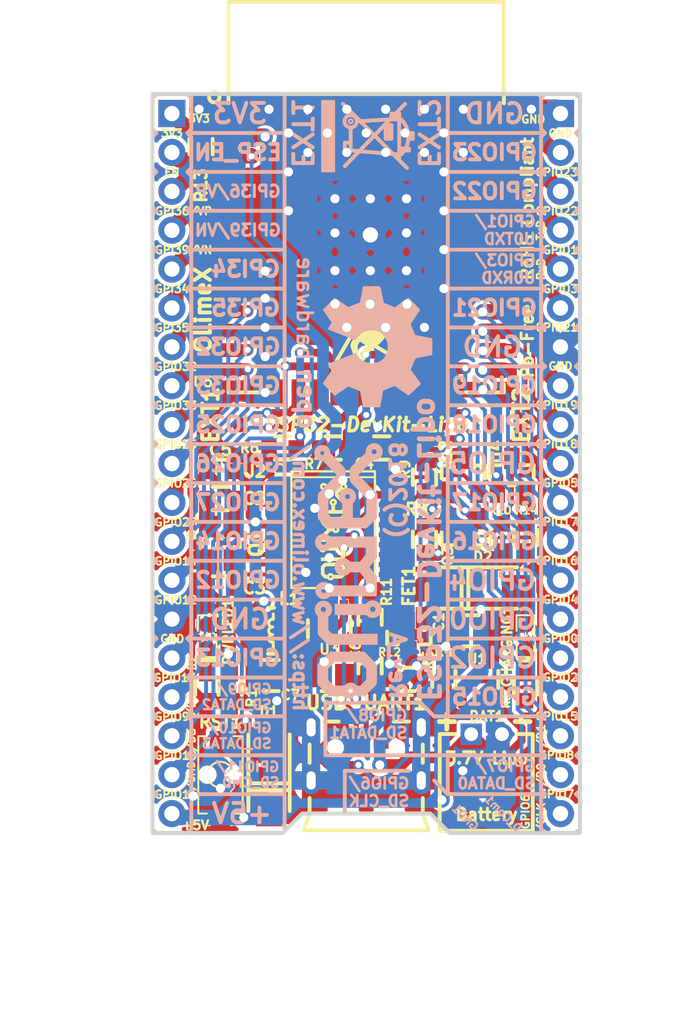
<source format=kicad_pcb>
(kicad_pcb (version 20221018) (generator pcbnew)
  (title_block (title "ESP32-DevKit-Lipo") (date "2018-09-14") (rev "A1") (company "OLIMEX Ltd.") (comment 1 "https://www.olimex.com"))
  (layers (0 "F.Cu" mixed) (31 "B.Cu" mixed) (34 "B.Paste" user) (35 "F.Paste" user) (36 "B.SilkS" user "B.Silkscreen") (37 "F.SilkS" user "F.Silkscreen") (38 "B.Mask" user) (39 "F.Mask" user) (44 "Edge.Cuts" user))
  (net 0 "")
  (net 1 "+5V")
  (net 2 "GND")
  (net 3 "Net-(BAT1-Pad1)")
  (net 4 "Net-(C3-Pad1)")
  (net 5 "+3V3")
  (net 6 "/GPIO3/U0RXD")
  (net 7 "/ESP_EN")
  (net 8 "/GPIO9/SD_DATA2")
  (net 9 "/GPIO8/SD_DATA1")
  (net 10 "/GPIO6/SD_CLK")
  (net 11 "/GPIO7/SD_DATA0")
  (net 12 "/GPIO1/U0TXD")
  (net 13 "/GPIO10/SD_DATA3")
  (net 14 "/GPIO11/SD_CMD")
  (net 15 "Net-(Q2-Pad1)")
  (net 16 "Net-(CHARGING1-Pad1)")
  (net 17 "/+5V_USB")
  (net 18 "Net-(PWRLED1-Pad1)")
  (net 19 "/D_Com")
  (net 20 "Net-(C2-Pad1)")
  (net 21 "Net-(C6-Pad1)")
  (net 22 "/GPIO13")
  (net 23 "/GPIO12")
  (net 24 "/GPIO27")
  (net 25 "/GPIO14")
  (net 26 "/GPIO26")
  (net 27 "/GPIO25")
  (net 28 "/GPIO32")
  (net 29 "/GPIO33")
  (net 30 "/GPI35")
  (net 31 "/GPI34")
  (net 32 "/GPI36/SENSOR_VP")
  (net 33 "/GPI39/SENSOR_VN")
  (net 34 "/GPIO22")
  (net 35 "/GPIO23")
  (net 36 "/GPIO21")
  (net 37 "/GPIO19")
  (net 38 "/GPIO18")
  (net 39 "/GPIO5")
  (net 40 "/GPIO16")
  (net 41 "/GPIO17")
  (net 42 "/GPIO4")
  (net 43 "/GPIO0")
  (net 44 "/GPIO15")
  (net 45 "/GPIO2")
  (net 46 "Net-(L1-Pad1)")
  (net 47 "Net-(Q2-Pad2)")
  (net 48 "Net-(Q3-Pad1)")
  (net 49 "Net-(Q3-Pad2)")
  (net 50 "Net-(Q3-Pad3)")
  (net 51 "Net-(R3-Pad2)")
  (net 52 "Net-(R4-Pad1)")
  (net 53 "Net-(R6-Pad1)")
  (net 54 "Net-(R7-Pad1)")
  (net 55 "Net-(R11-Pad1)")
  (net 56 "Net-(U2-Pad7)")
  (net 57 "Net-(U2-Pad6)")
  (net 58 "Net-(FID1-PadFid1)")
  (net 59 "Net-(FID2-PadFid1)")
  (net 60 "Net-(FID3-PadFid1)")
  (net 61 "Net-(U2-Pad17)")
  (net 62 "Net-(U2-Pad14)")
  (net 63 "Net-(U2-Pad13)")
  (net 64 "Net-(U2-Pad12)")
  (net 65 "Net-(U2-Pad11)")
  (net 66 "Net-(U5-Pad32)")
  (net 67 "Net-(USB-UART1-Pad4)")
  (footprint "OLIMEX_Crystal-FP:TSX-3.2x2.5mm_GND(3)" (layer "F.Cu") (at 133.985 100.457 -90)
    (fp_text reference "Q1")
    (fp_text value "Q12MHz/20pF/10ppm/4P/3.2x2.5mm")
  )
  (footprint "OLIMEX_Diodes-FP:SOT23-3" (layer "F.Cu") (at 153.035 96.012 -90)
    (fp_text reference "U4")
    (fp_text value "BAT54C(SOT23-3)")
  )
  (footprint "OLIMEX_Diodes-FP:SMA-KA" (layer "F.Cu") (at 150.876 103.378)
    (fp_text reference "D2")
    (fp_text value "1N5822/SS34/SMA")
  )
  (footprint "OLIMEX_RLC-FP:R_0603_5MIL_DWS" (layer "F.Cu") (at 147.32 96.139 90)
    (fp_text reference "R9")
    (fp_text value "1k/R0603")
  )
  (footprint "OLIMEX_RLC-FP:R_0603_5MIL_DWS" (layer "F.Cu") (at 152.4 100.076 90)
    (fp_text reference "R10")
    (fp_text value "220R/R0603")
  )
  (footprint "OLIMEX_RLC-FP:R_0603_5MIL_DWS" (layer "F.Cu") (at 153.924 100.076 -90)
    (fp_text reference "R14")
    (fp_text value "NA/R0603")
  )
  (footprint "OLIMEX_RLC-FP:R_0603_5MIL_DWS" (layer "F.Cu") (at 147.32 100.203 -90)
    (fp_text reference "R8")
    (fp_text value "1k/R0603")
  )
  (footprint "OLIMEX_Transistors-FP:SOT23" (layer "F.Cu") (at 149.86 99.949 90)
    (fp_text reference "Q3")
    (fp_text value "BC817-40(SOT23)")
  )
  (footprint "OLIMEX_Transistors-FP:SOT23" (layer "F.Cu") (at 149.86 96.012 -90)
    (fp_text reference "Q2")
    (fp_text value "BC817-40(SOT23)")
  )
  (footprint "OLIMEX_RLC-FP:C_0805_5MIL_DWS" (layer "F.Cu") (at 150.368 106.172 180)
    (fp_text reference "C1")
    (fp_text value "47uF/6.3V/20%/X5R/C0805")
  )
  (footprint "OLIMEX_RLC-FP:R_0603_5MIL_DWS" (layer "F.Cu") (at 148.59 109.347 -90)
    (fp_text reference "R4")
    (fp_text value "2.2k/R0603")
  )
  (footprint "OLIMEX_Diodes-FP:SMA-KA" (layer "F.Cu") (at 137.16 115.443 90)
    (fp_text reference "D1")
    (fp_text value "1N5822/SS34/SMA")
  )
  (footprint "OLIMEX_RLC-FP:R_0603_5MIL_DWS" (layer "F.Cu") (at 134.62 109.855 -90)
    (fp_text reference "R1")
    (fp_text value "10k/R0603")
  )
  (footprint "OLIMEX_RLC-FP:R_0603_5MIL_DWS" (layer "F.Cu") (at 133.096 109.855001 -90)
    (fp_text reference "R2")
    (fp_text value "2.2k/R0603")
  )
  (footprint "OLIMEX_LEDs-FP:LED_0603_KA" (layer "F.Cu") (at 133.096 106.553 90)
    (fp_text reference "PWRLED1")
    (fp_text value "LED/RED/0603")
  )
  (footprint "OLIMEX_Connectors-FP:USB-MICRO_MISB-SWMM-5B_LF" (layer "F.Cu") (at 143.51 115.697 -90)
    (fp_text reference "USB-UART1")
    (fp_text value "MISB-SWMM-5B-LF(USB_MICRO)")
  )
  (footprint "OLIMEX_Connectors-FP:LIPO_BAT-CON2DW02R" (layer "F.Cu") (at 151.384 116.078)
    (fp_text reference "BAT1")
    (fp_text value "DW02S")
  )
  (footprint "OLIMEX_RLC-FP:C_0603_5MIL_DWS" (layer "F.Cu") (at 133.985 97.536)
    (fp_text reference "C2")
    (fp_text value "27pF/50V/5%/C0G/C0603")
  )
  (footprint "OLIMEX_RLC-FP:C_0603_5MIL_DWS" (layer "F.Cu") (at 133.985 103.378 180)
    (fp_text reference "C3")
    (fp_text value "27pF/50V/5%/C0G/C0603")
  )
  (footprint "OLIMEX_RLC-FP:C_0603_5MIL_DWS" (layer "F.Cu") (at 144.526 94.234)
    (fp_text reference "C4")
    (fp_text value "22uF/6.3V/20%/X5R/C0603")
  )
  (footprint "OLIMEX_RLC-FP:C_0603_5MIL_DWS" (layer "F.Cu") (at 133.985 95.758 180)
    (fp_text reference "C5")
    (fp_text value "100nF/50V/20%/Y5V/C0603")
  )
  (footprint "OLIMEX_RLC-FP:C_0805_5MIL_DWS" (layer "F.Cu") (at 141.097 109.093)
    (fp_text reference "C6")
    (fp_text value "47uF/6.3V/20%/X5R/C0805")
  )
  (footprint "OLIMEX_RLC-FP:C_0805_5MIL_DWS" (layer "F.Cu") (at 137.287 109.093)
    (fp_text reference "C7")
    (fp_text value "47uF/6.3V/20%/X5R/C0805")
  )
  (footprint "OLIMEX_LEDs-FP:LED_0603_KA" (layer "F.Cu") (at 153.924 106.553 90)
    (fp_text reference "CHARGING1")
    (fp_text value "LED/YELLOW/0603")
  )
  (footprint "OLIMEX_Transistors-FP:SOT23" (layer "F.Cu") (at 146.304 106.426 90)
    (fp_text reference "FET1")
    (fp_text value "WPM2015-3/TR")
  )
  (footprint "OLIMEX_Other-FP:Fiducial1x3" (layer "F.Cu") (at 151.765 116.205)
    (fp_text reference "FID1" hide)
    (fp_text value "Fiducial" hide)
  )
  (footprint "OLIMEX_Other-FP:Fiducial1x3" (layer "F.Cu") (at 151.765 92.71)
    (fp_text reference "FID2" hide)
    (fp_text value "Fiducial" hide)
  )
  (footprint "OLIMEX_Other-FP:Fiducial1x3" (layer "F.Cu") (at 135.255 92.71)
    (fp_text reference "FID3" hide)
    (fp_text value "Fiducial" hide)
  )
  (footprint "OLIMEX_RLC-FP:CD32" (layer "F.Cu") (at 137.287 106.172 180)
    (fp_text reference "L1")
    (fp_text value "2.2uH/1.5A/DCR<0.1R/CD32")
  )
  (footprint "OLIMEX_RLC-FP:R_0603_5MIL_DWS" (layer "F.Cu") (at 153.924 109.855 -90)
    (fp_text reference "R3")
    (fp_text value "2.2k/R0603")
  )
  (footprint "OLIMEX_RLC-FP:R_0603_5MIL_DWS" (layer "F.Cu") (at 146.177 109.347 180)
    (fp_text reference "R5")
    (fp_text value "NA/R0603")
  )
  (footprint "OLIMEX_RLC-FP:R_0603_5MIL_DWS" (layer "F.Cu") (at 138.049 94.234)
    (fp_text reference "R6")
    (fp_text value "220R/R0603")
  )
  (footprint "OLIMEX_RLC-FP:R_0603_5MIL_DWS" (layer "F.Cu") (at 141.351 94.234)
    (fp_text reference "R7")
    (fp_text value "220R/R0603")
  )
  (footprint "OLIMEX_RLC-FP:R_0603_5MIL_DWS" (layer "F.Cu") (at 143.764 105.283 90)
    (fp_text reference "R11")
    (fp_text value "4.99k/1%/R0603")
  )
  (footprint "OLIMEX_RLC-FP:R_0603_5MIL_DWS" (layer "F.Cu") (at 143.764 108.458 -90)
    (fp_text reference "R12")
    (fp_text value "1.1k/1%/R0603")
  )
  (footprint "OLIMEX_IC-FP:SOT-23-5" (layer "F.Cu") (at 150.749 109.347 -90)
    (fp_text reference "U1")
    (fp_text value "BL4054B-42TPRN(SOT23-5)")
  )
  (footprint "OLIMEX_IC-FP:SSOP-20W" (layer "F.Cu") (at 141.351 99.568 -90)
    (fp_text reference "U2")
    (fp_text value "CH340T(SSOP20W)")
  )
  (footprint "OLIMEX_Regulators-FP:SOT-23-5" (layer "F.Cu") (at 141.097 106.045 90)
    (fp_text reference "U3")
    (fp_text value "SY8089AAAC(SOT23-5)")
  )
  (footprint "OLIMEX_Cases-FP:ESP-WROOM-32_MODULE" (layer "F.Cu") (at 143.51 77.851)
    (fp_text reference "U5")
    (fp_text value "ESP-WROOM-32")
  )
  (footprint "OLIMEX_RLC-FP:R_0603_5MIL_DWS" (layer "F.Cu") (at 132.715 74.549 -90)
    (fp_text reference "R13")
    (fp_text value "1k/R0603")
  )
  (footprint "OLIMEX_Buttons-FP:IT1185AU2_V2" (layer "F.Cu") (at 133.985 115.57 -90)
    (fp_text reference "RST1")
    (fp_text value "IT-1185AU2-160G-G-TR")
  )
  (footprint "OLIMEX_LOGOs-FP:LOGO_OLIMEX_80" (layer "F.Cu") (at 141.351 99.695 90)
    (fp_text reference "Olimex_Logo_Small" hide)
    (fp_text value "" hide)
  )
  (footprint "OLIMEX_LOGOs-FP:LOGO_ANTISTATIC_SMALL_4.5mmX2.8mm" (layer "F.Cu") (at 143.764 86.868)
    (fp_text reference "Sign_Antistatic" hide)
    (fp_text value "Val**")
  )
  (footprint "OLIMEX_Connectors-FP:HN1x19" (layer "B.Cu") (at 156.21 93.98 -90)
    (fp_text reference "EXT2")
    (fp_text value "HN1x19")
  )
  (footprint "OLIMEX_Connectors-FP:HN1x19" (layer "B.Cu") (at 130.81 93.98 -90)
    (fp_text reference "EXT1")
    (fp_text value "HN1x19")
  )
  (footprint "OLIMEX_Other-FP:TESTPAD_40-ROUND" (layer "B.Cu") (at 151.13 118.11)
    (fp_text reference "GND1")
    (fp_text value "TESTPAD" hide)
  )
  (footprint "OLIMEX_LOGOs-FP:LOGO_OPENHARDWARE_8x8" (layer "B.Cu") (at 143.764 87.63 90)
    (fp_text reference "Logo_OSHW" hide)
    (fp_text value "" hide)
  )
  (footprint "OLIMEX_LOGOs-FP:LOGO_RECYCLEBIN_1" (layer "B.Cu") (at 140.589 76.2 90)
    (fp_text reference "Sign_RecycleBin" hide)
    (fp_text value "" hide)
  )
  (footprint "OLIMEX_LOGOs-FP:OLIMEX_LOGO_TB" (layer "B.Cu") (at 142.367 102.108 90)
    (fp_text reference "Olimex_Logo_Big" hide)
    (fp_text value "" hide)
  )
  (footprint "OLIMEX_Other-FP:TESTPAD_40-ROUND" (layer "B.Cu") (at 153.67 118.11)
    (fp_text reference "D_Com1")
    (fp_text value "TESTPAD" hide)
  )
  (gr_line (start 131.826 106.68) (end 138.176 106.68) (stroke (width 0.254)) (layer "B.SilkS"))
  (gr_line (start 131.826 104.14) (end 138.176 104.14) (stroke (width 0.254)) (layer "B.SilkS"))
  (gr_line (start 131.826 101.6) (end 138.176 101.6) (stroke (width 0.254)) (layer "B.SilkS"))
  (gr_line (start 131.826 99.06) (end 138.176 99.06) (stroke (width 0.254)) (layer "B.SilkS"))
  (gr_line (start 131.826 96.52) (end 138.176 96.52) (stroke (width 0.254)) (layer "B.SilkS"))
  (gr_line (start 131.826 93.98) (end 138.176 93.98) (stroke (width 0.254)) (layer "B.SilkS"))
  (gr_line (start 131.826 91.44) (end 138.176 91.44) (stroke (width 0.254)) (layer "B.SilkS"))
  (gr_line (start 131.826 88.9) (end 138.176 88.9) (stroke (width 0.254)) (layer "B.SilkS"))
  (gr_line (start 131.826 86.36) (end 138.176 86.36) (stroke (width 0.254)) (layer "B.SilkS"))
  (gr_line (start 131.826 83.82) (end 138.176 83.82) (stroke (width 0.254)) (layer "B.SilkS"))
  (gr_line (start 131.826 81.28) (end 138.176 81.28) (stroke (width 0.254)) (layer "B.SilkS"))
  (gr_line (start 131.826 78.74) (end 138.176 78.74) (stroke (width 0.254)) (layer "B.SilkS"))
  (gr_line (start 131.826 76.2) (end 138.176 76.2) (stroke (width 0.254)) (layer "B.SilkS"))
  (gr_line (start 131.826 73.66) (end 138.176 73.66) (stroke (width 0.254)) (layer "B.SilkS"))
  (gr_line (start 148.844 73.66) (end 155.194 73.66) (stroke (width 0.254)) (layer "B.SilkS"))
  (gr_line (start 148.844 111.760446) (end 148.844 71.12) (stroke (width 0.254)) (layer "B.SilkS"))
  (gr_line (start 148.844 76.2) (end 155.194 76.2) (stroke (width 0.254)) (layer "B.SilkS"))
  (gr_line (start 148.844 78.74) (end 155.194 78.74) (stroke (width 0.254)) (layer "B.SilkS"))
  (gr_line (start 148.844 81.28) (end 155.194 81.28) (stroke (width 0.254)) (layer "B.SilkS"))
  (gr_line (start 148.844 83.82) (end 155.194 83.82) (stroke (width 0.254)) (layer "B.SilkS"))
  (gr_line (start 148.844 86.36) (end 155.194 86.36) (stroke (width 0.254)) (layer "B.SilkS"))
  (gr_line (start 148.844 88.9) (end 155.194 88.9) (stroke (width 0.254)) (layer "B.SilkS"))
  (gr_line (start 148.844 91.44) (end 155.194 91.44) (stroke (width 0.254)) (layer "B.SilkS"))
  (gr_line (start 148.844 93.98) (end 155.194 93.98) (stroke (width 0.254)) (layer "B.SilkS"))
  (gr_line (start 148.844 96.52) (end 155.194 96.52) (stroke (width 0.254)) (layer "B.SilkS"))
  (gr_line (start 148.844 99.06) (end 155.194 99.06) (stroke (width 0.254)) (layer "B.SilkS"))
  (gr_line (start 148.844 101.6) (end 155.194 101.6) (stroke (width 0.254)) (layer "B.SilkS"))
  (gr_line (start 148.844 104.14) (end 155.194 104.14) (stroke (width 0.254)) (layer "B.SilkS"))
  (gr_line (start 148.844 106.68) (end 155.194 106.68) (stroke (width 0.254)) (layer "B.SilkS"))
  (gr_line (start 148.844 109.22) (end 155.194 109.22) (stroke (width 0.254)) (layer "B.SilkS"))
  (gr_line (start 148.844 111.76) (end 155.194 111.76) (stroke (width 0.254)) (layer "B.SilkS"))
  (gr_line (start 148.844 114.3) (end 155.194 114.3) (stroke (width 0.254)) (layer "B.SilkS"))
  (gr_line (start 148.844 116.84) (end 155.194 116.84) (stroke (width 0.254)) (layer "B.SilkS"))
  (gr_line (start 147.701 118.11) (end 148.971 119.38) (stroke (width 0.254)) (layer "B.SilkS"))
  (gr_line (start 142.113 115.316) (end 146.304 115.316) (stroke (width 0.254)) (layer "B.SilkS"))
  (gr_line (start 148.971 119.38) (end 155.321 119.38) (stroke (width 0.254)) (layer "B.SilkS"))
  (gr_line (start 148.844 71.12) (end 155.194 71.12) (stroke (width 0.254)) (layer "B.SilkS"))
  (gr_line (start 131.826 71.12) (end 138.176 71.12) (stroke (width 0.254)) (layer "B.SilkS"))
  (gr_line (start 131.826 119.38) (end 138.049 119.38) (stroke (width 0.254)) (layer "B.SilkS"))
  (gr_line (start 148.844 114.3) (end 148.844 116.843173) (stroke (width 0.254)) (layer "B.SilkS"))
  (gr_line (start 131.826 114.3) (end 138.176 114.3) (stroke (width 0.254)) (layer "B.SilkS"))
  (gr_line (start 131.826 116.84) (end 138.176 116.84) (stroke (width 0.254)) (layer "B.SilkS"))
  (gr_line (start 148.844 116.84) (end 147.955 115.951) (stroke (width 0.254)) (layer "B.SilkS"))
  (gr_line (start 138.176 119.253) (end 138.049 119.38) (stroke (width 0.254)) (layer "B.SilkS"))
  (gr_line (start 147.066 110.871) (end 140.843 110.871) (stroke (width 0.254)) (layer "B.SilkS"))
  (gr_line (start 147.701 118.11) (end 142.113 118.11) (stroke (width 0.254)) (layer "B.SilkS"))
  (gr_line (start 138.176 109.22) (end 138.176 119.253) (stroke (width 0.254)) (layer "B.SilkS"))
  (gr_line (start 131.826 109.22) (end 138.176 109.22) (stroke (width 0.254)) (layer "B.SilkS"))
  (gr_line (start 142.113 115.316) (end 142.113 118.11) (stroke (width 0.254)) (layer "B.SilkS"))
  (gr_line (start 138.176 109.22) (end 138.176 71.12) (stroke (width 0.254)) (layer "B.SilkS"))
  (gr_line (start 140.843 110.871) (end 140.843 114.3) (stroke (width 0.254)) (layer "B.SilkS"))
  (gr_line (start 147.955 111.76) (end 147.066 110.871) (stroke (width 0.254)) (layer "B.SilkS"))
  (gr_line (start 131.826 111.76) (end 138.176 111.76) (stroke (width 0.254)) (layer "B.SilkS"))
  (gr_line (start 148.844 111.76) (end 147.955 111.76) (stroke (width 0.254)) (layer "B.SilkS"))
  (gr_line (start 140.843 114.3) (end 148.844 114.3) (stroke (width 0.254)) (layer "B.SilkS"))
  (gr_line (start 157.48 119.38) (end 157.48 71.12) (stroke (width 0.254)) (layer "Edge.Cuts"))
  (gr_line (start 148.971 119.38) (end 157.48 119.38) (stroke (width 0.254)) (layer "Edge.Cuts"))
  (gr_line (start 129.54 71.12) (end 129.54 119.38) (stroke (width 0.254)) (layer "Edge.Cuts"))
  (gr_line (start 129.54 119.38) (end 138.049 119.38) (stroke (width 0.254)) (layer "Edge.Cuts"))
  (gr_line (start 157.48 71.12) (end 129.54 71.12) (stroke (width 0.254)) (layer "Edge.Cuts"))
  (gr_line (start 138.049 119.38) (end 139.319 118.11) (stroke (width 0.254)) (layer "Edge.Cuts"))
  (gr_line (start 147.701 118.11) (end 148.971 119.38) (stroke (width 0.254)) (layer "Edge.Cuts"))
  (gr_line (start 139.319 118.11) (end 147.701 118.11) (stroke (width 0.254)) (layer "Edge.Cuts"))
  (gr_text "GND" (at 151.892 72.39) (layer "B.SilkS") (effects (font (size 1.27 1.27) (thickness 0.254)) (justify mirror)))
  (gr_text "ESP_EN" (at 135.128 74.93) (layer "B.SilkS") (effects (font (size 1.016 1.016) (thickness 0.254)) (justify mirror)))
  (gr_text "GPI36/VP" (at 135.128 77.47) (layer "B.SilkS") (effects (font (size 0.762 0.762) (thickness 0.1905)) (justify mirror)))
  (gr_text "GPI39/VN" (at 135.128 80.01) (layer "B.SilkS") (effects (font (size 0.762 0.762) (thickness 0.1905)) (justify mirror)))
  (gr_text "GPI34" (at 135.636 82.55) (layer "B.SilkS") (effects (font (size 1.016 1.016) (thickness 0.254)) (justify mirror)))
  (gr_text "GPI35" (at 135.636 85.09) (layer "B.SilkS") (effects (font (size 1.016 1.016) (thickness 0.254)) (justify mirror)))
  (gr_text "GPIO32" (at 135.128 87.63) (layer "B.SilkS") (effects (font (size 1.016 1.016) (thickness 0.254)) (justify mirror)))
  (gr_text "GPIO33" (at 135.128 90.17) (layer "B.SilkS") (effects (font (size 1.016 1.016) (thickness 0.254)) (justify mirror)))
  (gr_text "GPIO25" (at 135.128 92.71) (layer "B.SilkS") (effects (font (size 1.016 1.016) (thickness 0.254)) (justify mirror)))
  (gr_text "GPIO26" (at 135.128 95.25) (layer "B.SilkS") (effects (font (size 1.016 1.016) (thickness 0.254)) (justify mirror)))
  (gr_text "GPIO27" (at 135.128 97.79) (layer "B.SilkS") (effects (font (size 1.016 1.016) (thickness 0.254)) (justify mirror)))
  (gr_text "GPIO14" (at 135.128 100.33) (layer "B.SilkS") (effects (font (size 1.016 1.016) (thickness 0.254)) (justify mirror)))
  (gr_text "GPIO12" (at 135.128 102.87) (layer "B.SilkS") (effects (font (size 1.016 1.016) (thickness 0.254)) (justify mirror)))
  (gr_text "GND" (at 135.255 105.41) (layer "B.SilkS") (effects (font (size 1.27 1.27) (thickness 0.254)) (justify mirror)))
  (gr_text "GPIO13" (at 135.128 107.95) (layer "B.SilkS") (effects (font (size 1.016 1.016) (thickness 0.254)) (justify mirror)))
  (gr_text "GPIO10/\nSD_DATA3" (at 137.414 113.03) (layer "B.SilkS") (effects (font (size 0.635 0.635) (thickness 0.15875)) (justify left mirror)))
  (gr_text "GPIO11/\nSD_CMD" (at 137.922 115.57) (layer "B.SilkS") (effects (font (size 0.635 0.635) (thickness 0.15875)) (justify left mirror)))
  (gr_text "+5V" (at 135.382 118.11) (layer "B.SilkS") (effects (font (size 1.27 1.27) (thickness 0.254)) (justify mirror)))
  (gr_text "GPIO9/\nSD_DATA2" (at 137.414 110.49) (layer "B.SilkS") (effects (font (size 0.635 0.635) (thickness 0.15875)) (justify left mirror)))
  (gr_text "GPIO23" (at 151.892 74.93) (layer "B.SilkS") (effects (font (size 1.016 1.016) (thickness 0.254)) (justify mirror)))
  (gr_text "GPIO22" (at 151.892 77.47) (layer "B.SilkS") (effects (font (size 1.016 1.016) (thickness 0.254)) (justify mirror)))
  (gr_text "GPIO1/\nU0TXD" (at 154.686 80.01) (layer "B.SilkS") (effects (font (size 0.7112 0.7112) (thickness 0.1778)) (justify left mirror)))
  (gr_text "GPIO3/\nU0RXD" (at 154.686 82.55) (layer "B.SilkS") (effects (font (size 0.7112 0.7112) (thickness 0.1778)) (justify left mirror)))
  (gr_text "GPIO21" (at 151.892 85.09) (layer "B.SilkS") (effects (font (size 1.016 1.016) (thickness 0.254)) (justify mirror)))
  (gr_text "GND" (at 151.765 87.63) (layer "B.SilkS") (effects (font (size 1.27 1.27) (thickness 0.254)) (justify mirror)))
  (gr_text "GPIO19" (at 151.892 90.17) (layer "B.SilkS") (effects (font (size 1.016 1.016) (thickness 0.254)) (justify mirror)))
  (gr_text "GPIO18" (at 151.892 92.71) (layer "B.SilkS") (effects (font (size 1.016 1.016) (thickness 0.254)) (justify mirror)))
  (gr_text "GPIO5" (at 151.765 95.25) (layer "B.SilkS") (effects (font (size 1.27 1.27) (thickness 0.254)) (justify mirror)))
  (gr_text "GPIO17" (at 151.892 97.79) (layer "B.SilkS") (effects (font (size 1.016 1.016) (thickness 0.254)) (justify mirror)))
  (gr_text "GPIO16" (at 151.892 100.33) (layer "B.SilkS") (effects (font (size 1.016 1.016) (thickness 0.254)) (justify mirror)))
  (gr_text "GPIO4" (at 151.765 102.87) (layer "B.SilkS") (effects (font (size 1.27 1.27) (thickness 0.254)) (justify mirror)))
  (gr_text "GPIO0" (at 151.765 105.41) (layer "B.SilkS") (effects (font (size 1.27 1.27) (thickness 0.254)) (justify mirror)))
  (gr_text "GPIO2" (at 151.765 107.95) (layer "B.SilkS") (effects (font (size 1.27 1.27) (thickness 0.254)) (justify mirror)))
  (gr_text "GPIO15" (at 151.892 110.49) (layer "B.SilkS") (effects (font (size 1.016 1.016) (thickness 0.254)) (justify mirror)))
  (gr_text "GPIO7/\nSD_DATA0" (at 154.686 115.57) (layer "B.SilkS") (effects (font (size 0.7112 0.7112) (thickness 0.1778)) (justify left mirror)))
  (gr_text "GPIO6/\nSD_CLK" (at 146.431 116.713) (layer "B.SilkS") (effects (font (size 0.7112 0.7112) (thickness 0.1778)) (justify left mirror)))
  (gr_text "GPIO8/\nSD_DATA1" (at 146.304 112.268) (layer "B.SilkS") (effects (font (size 0.7112 0.7112) (thickness 0.1778)) (justify left mirror)))
  (gr_text "https://www.olimex.com/" (at 139.192 102.743 270) (layer "B.SilkS") (effects (font (size 0.889 0.889) (thickness 0.22225)) (justify mirror)))
  (gr_text "Rev_A        (C)2018" (at 145.542 102.235 270) (layer "B.SilkS") (effects (font (size 1.016 1.016) (thickness 0.254)) (justify mirror)))
  (gr_text "ESP32-DevKit-Lipo" (at 147.574 100.838 270) (layer "B.SilkS") (effects (font (size 1.3208 1.3208) (thickness 0.3175)) (justify mirror)))
  (gr_text "3V3" (at 135.255 72.39) (layer "B.SilkS") (effects (font (size 1.27 1.27) (thickness 0.254)) (justify mirror)))
  (gr_text "+" (at 148.7805 112.014) (layer "F.SilkS") (effects (font (size 1.27 1.27) (thickness 0.3175))))
  (gr_text "OLimeX" (at 132.842 85.217 90) (layer "F.SilkS") (effects (font (size 1.016 1.016) (thickness 0.254))))
  (gr_text "3V3" (at 130.81 73.6854) (layer "F.SilkS") (effects (font (size 0.508 0.508) (thickness 0.127))))
  (gr_text "EN" (at 130.81 76.2254) (layer "F.SilkS") (effects (font (size 0.508 0.508) (thickness 0.127))))
  (gr_text "GPI36/VP" (at 131.572 78.7654) (layer "F.SilkS") (effects (font (size 0.508 0.508) (thickness 0.127))))
  (gr_text "GPI34" (at 130.81 83.8454) (layer "F.SilkS") (effects (font (size 0.508 0.508) (thickness 0.127))))
  (gr_text "GPI39/VN" (at 131.572 81.3054) (layer "F.SilkS") (effects (font (size 0.508 0.508) (thickness 0.127))))
  (gr_text "GPI35" (at 130.81 86.3854) (layer "F.SilkS") (effects (font (size 0.508 0.508) (thickness 0.127))))
  (gr_text "GPIO32" (at 131.064 88.9254) (layer "F.SilkS") (effects (font (size 0.508 0.508) (thickness 0.127))))
  (gr_text "GPIO33" (at 131.064 91.4654) (layer "F.SilkS") (effects (font (size 0.508 0.508) (thickness 0.127))))
  (gr_text "GPIO25" (at 131.064 94.0054) (layer "F.SilkS") (effects (font (size 0.508 0.508) (thickness 0.127))))
  (gr_text "GPIO26" (at 131.064 96.5454) (layer "F.SilkS") (effects (font (size 0.508 0.508) (thickness 0.127))))
  (gr_text "GPIO27" (at 131.064 99.0854) (layer "F.SilkS") (effects (font (size 0.508 0.508) (thickness 0.127))))
  (gr_text "GPIO14" (at 131.064 101.6254) (layer "F.SilkS") (effects (font (size 0.508 0.508) (thickness 0.127))))
  (gr_text "GPIO12" (at 131.064 104.1654) (layer "F.SilkS") (effects (font (size 0.508 0.508) (thickness 0.127))))
  (gr_text "GND" (at 130.8354 106.7054) (layer "F.SilkS") (effects (font (size 0.508 0.508) (thickness 0.127))))
  (gr_text "GPIO13" (at 130.9878 109.2454) (layer "F.SilkS") (effects (font (size 0.508 0.508) (thickness 0.127))))
  (gr_text "GPIO9" (at 130.81 111.7854) (layer "F.SilkS") (effects (font (size 0.508 0.508) (thickness 0.127))))
  (gr_text "GPIO10" (at 131.064 114.3254) (layer "F.SilkS") (effects (font (size 0.508 0.508) (thickness 0.127))))
  (gr_text "/D3" (at 132.08 113.284 90) (layer "F.SilkS") (effects (font (size 0.508 0.508) (thickness 0.127))))
  (gr_text "GPIO11" (at 131.064 116.8654) (layer "F.SilkS") (effects (font (size 0.508 0.508) (thickness 0.127))))
  (gr_text "/CMD" (at 132.08 115.6462 90) (layer "F.SilkS") (effects (font (size 0.4572 0.4572) (thickness 0.1143))))
  (gr_text "+5V" (at 132.334 118.872) (layer "F.SilkS") (effects (font (size 0.5842 0.5842) (thickness 0.14605))))
  (gr_text "3V3" (at 132.588 72.7202) (layer "F.SilkS") (effects (font (size 0.508 0.508) (thickness 0.127))))
  (gr_text "/D2" (at 132.08 110.998 90) (layer "F.SilkS") (effects (font (size 0.508 0.508) (thickness 0.127))))
  (gr_text "GND" (at 156.21 73.6854) (layer "F.SilkS") (effects (font (size 0.508 0.508) (thickness 0.127))))
  (gr_text "GPIO23" (at 155.956 76.2254) (layer "F.SilkS") (effects (font (size 0.508 0.508) (thickness 0.127))))
  (gr_text "GPIO22" (at 155.956 78.7654) (layer "F.SilkS") (effects (font (size 0.508 0.508) (thickness 0.127))))
  (gr_text "TxD" (at 154.9146 80.01 90) (layer "F.SilkS") (effects (font (size 0.508 0.508) (thickness 0.127))))
  (gr_text "RxD" (at 154.94 82.55 90) (layer "F.SilkS") (effects (font (size 0.508 0.508) (thickness 0.127))))
  (gr_text "GPIO1" (at 156.21 81.3054) (layer "F.SilkS") (effects (font (size 0.508 0.508) (thickness 0.127))))
  (gr_text "GPIO3" (at 156.21 83.8454) (layer "F.SilkS") (effects (font (size 0.508 0.508) (thickness 0.127))))
  (gr_text "GPIO21" (at 155.956 86.36) (layer "F.SilkS") (effects (font (size 0.508 0.508) (thickness 0.127))))
  (gr_text "GND" (at 156.21 88.9) (layer "F.SilkS") (effects (font (size 0.508 0.508) (thickness 0.127))))
  (gr_text "GPIO19" (at 155.956 91.44) (layer "F.SilkS") (effects (font (size 0.508 0.508) (thickness 0.127))))
  (gr_text "GPIO18" (at 155.956 93.98) (layer "F.SilkS") (effects (font (size 0.508 0.508) (thickness 0.127))))
  (gr_text "GPIO5" (at 156.21 96.52) (layer "F.SilkS") (effects (font (size 0.508 0.508) (thickness 0.127))))
  (gr_text "GPIO17" (at 155.956 99.06) (layer "F.SilkS") (effects (font (size 0.508 0.508) (thickness 0.127))))
  (gr_text "GPIO16" (at 155.956 101.6) (layer "F.SilkS") (effects (font (size 0.508 0.508) (thickness 0.127))))
  (gr_text "GPIO4" (at 156.21 104.14) (layer "F.SilkS") (effects (font (size 0.508 0.508) (thickness 0.127))))
  (gr_text "GPIO0" (at 156.21 106.68) (layer "F.SilkS") (effects (font (size 0.508 0.508) (thickness 0.127))))
  (gr_text "GPIO2" (at 156.21 109.22) (layer "F.SilkS") (effects (font (size 0.508 0.508) (thickness 0.127))))
  (gr_text "GPIO15" (at 155.956 111.76) (layer "F.SilkS") (effects (font (size 0.508 0.508) (thickness 0.127))))
  (gr_text "GPIO8" (at 155.956 114.3) (layer "F.SilkS") (effects (font (size 0.508 0.508) (thickness 0.127))))
  (gr_text "/D1" (at 154.94 113.03 90) (layer "F.SilkS") (effects (font (size 0.508 0.508) (thickness 0.127))))
  (gr_text "/D0" (at 154.94 115.57 90) (layer "F.SilkS") (effects (font (size 0.508 0.508) (thickness 0.127))))
  (gr_text "GPIO7" (at 155.956 116.84) (layer "F.SilkS") (effects (font (size 0.508 0.508) (thickness 0.127))))
  (gr_text "GPIO6" (at 153.924 117.983 90) (layer "F.SilkS") (effects (font (size 0.508 0.508) (thickness 0.127))))
  (gr_text "/CLK" (at 154.94 118.364 90) (layer "F.SilkS") (effects (font (size 0.508 0.508) (thickness 0.127))))
  (gr_text "GND" (at 154.432 72.771) (layer "F.SilkS") (effects (font (size 0.508 0.508) (thickness 0.127))))
  (gr_text "ESP32-DevKit-Lipo" (at 143.51 92.71) (layer "F.SilkS") (effects (font (size 0.889 0.889) (thickness 0.22225) italic)))
  (gr_text "EXT1" (at 133.35 92.075 90) (layer "F.SilkS") (effects (font (size 1.016 1.016) (thickness 0.254))))
  (gr_text "EXT2" (at 153.67 92.075 90) (layer "F.SilkS") (effects (font (size 1.016 1.016) (thickness 0.254))))
  (gr_text "RoHS Compliant" (at 154.051 78.613 90) (layer "F.SilkS") (effects (font (size 0.762 0.762) (thickness 0.1905))))
  (gr_text "3.7V Lipo\n \n\nBattery" (at 151.384 116.332) (layer "F.SilkS") (effects (font (size 0.762 0.762) (thickness 0.1905))))
  (gr_text "Pb-Free" (at 154.051 87.249 90) (layer "F.SilkS") (effects (font (size 0.762 0.762) (thickness 0.1905))))
  (gr_text "-" (at 153.7335 112.014) (layer "F.SilkS") (effects (font (size 1.27 1.27) (thickness 0.3175))))
  (segment (start 153.924 105.791) (end 153.289 105.791) (width 1.016) (layer "F.Cu") (net 1))
  (segment (start 151.699 107.381) (end 151.699 107.442) (width 1.016) (layer "F.Cu") (net 1))
  (segment (start 152.527 104.521) (end 152.9715 104.0765) (width 0.508) (layer "F.Cu") (net 1))
  (segment (start 134.493 107.696) (end 134.493 106.586118) (width 1.016) (layer "F.Cu") (net 1))
  (segment (start 147.2565 105.31602) (end 147.2565 105.029) (width 0.508) (layer "F.Cu") (net 1))
  (segment (start 147.25396 105.31856) (end 147.2565 105.31602) (width 0.508) (layer "F.Cu") (net 1))
  (segment (start 151.384 107.732) (end 151.699 108.047) (width 1.016) (layer "F.Cu") (net 1))
  (segment (start 151.257 105.029) (end 151.257 106.045) (width 1.016) (layer "F.Cu") (net 1))
  (segment (start 151.699 106.487) (end 151.384 106.172) (width 1.016) (layer "F.Cu") (net 1))
  (segment (start 149.987 104.521) (end 152.527 104.521) (width 0.508) (layer "F.Cu") (net 1))
  (segment (start 135.509 118.364) (end 136.739 118.364) (width 1.016) (layer "F.Cu") (net 1))
  (segment (start 153.376 103.672) (end 152.9715 104.0765) (width 1.016) (layer "F.Cu") (net 1))
  (segment (start 151.638 106.426) (end 152.146 106.426) (width 1.016) (layer "F.Cu") (net 1))
  (segment (start 147.67052 104.902) (end 150.876 104.902) (width 0.508) (layer "F.Cu") (net 1))
  (segment (start 151.003 104.775) (end 151.257 105.029) (width 1.016) (layer "F.Cu") (net 1))
  (segment (start 136.398 117.475) (end 137.16 117.475) (width 1.016) (layer "F.Cu") (net 1))
  (segment (start 147.25396 105.72496) (end 147.25396 105.31856) (width 0.508) (layer "F.Cu") (net 1))
  (segment (start 153.376 105.029) (end 153.376 105.704) (width 1.016) (layer "F.Cu") (net 1))
  (segment (start 147.2565 105.029) (end 147.5105 104.775) (width 0.508) (layer "F.Cu") (net 1))
  (segment (start 148.59 104.775) (end 149.606 104.775) (width 0.508) (layer "F.Cu") (net 1))
  (segment (start 147.6375 105.7275) (end 147.2565 105.7275) (width 0.508) (layer "F.Cu") (net 1))
  (segment (start 148.59 104.775) (end 147.828 105.537) (width 0.508) (layer "F.Cu") (net 1))
  (segment (start 152.146 106.426) (end 152.654 106.426) (width 1.016) (layer "F.Cu") (net 1))
  (segment (start 133.697882 105.791) (end 133.096 105.791) (width 1.016) (layer "F.Cu") (net 1))
  (segment (start 135.509 118.364) (end 136.398 117.475) (width 1.016) (layer "F.Cu") (net 1))
  (segment (start 147.25396 105.31856) (end 147.67052 104.902) (width 0.508) (layer "F.Cu") (net 1))
  (segment (start 149.606 104.775) (end 151.003 104.775) (width 0.508) (layer "F.Cu") (net 1))
  (segment (start 134.493 108.839) (end 134.493 107.696) (width 1.016) (layer "F.Cu") (net 1))
  (segment (start 151.384 105.664) (end 151.384 106.172) (width 1.016) (layer "F.Cu") (net 1))
  (segment (start 152.273 104.775) (end 152.9715 104.0765) (width 1.016) (layer "F.Cu") (net 1))
  (segment (start 134.493 106.586118) (end 133.697882 105.791) (width 1.016) (layer "F.Cu") (net 1))
  (segment (start 152.146 106.259) (end 152.146 106.426) (width 1.016) (layer "F.Cu") (net 1))
  (segment (start 147.828 105.537) (end 147.6375 105.7275) (width 0.508) (layer "F.Cu") (net 1))
  (segment (start 147.2565 105.7275) (end 147.25396 105.72496) (width 0.508) (layer "F.Cu") (net 1))
  (segment (start 151.384 106.172) (end 151.638 106.426) (width 1.016) (layer "F.Cu") (net 1))
  (segment (start 151.257 106.045) (end 151.384 106.172) (width 1.016) (layer "F.Cu") (net 1))
  (segment (start 149.606 104.775) (end 149.733 104.775) (width 0.508) (layer "F.Cu") (net 1))
  (segment (start 153.376 103.378) (end 153.376 105.029) (width 1.016) (layer "F.Cu") (net 1))
  (segment (start 151.003 104.775) (end 152.273 104.775) (width 1.016) (layer "F.Cu") (net 1))
  (segment (start 149.733 104.775) (end 149.987 104.521) (width 0.508) (layer "F.Cu") (net 1))
  (segment (start 153.376 105.029) (end 152.146 106.259) (width 1.016) (layer "F.Cu") (net 1))
  (segment (start 152.9715 104.0765) (end 151.384 105.664) (width 1.016) (layer "F.Cu") (net 1))
  (segment (start 137.16 117.475) (end 137.16 117.943) (width 1.016) (layer "F.Cu") (net 1))
  (segment (start 136.739 118.364) (end 137.16 117.943) (width 1.016) (layer "F.Cu") (net 1))
  (segment (start 147.828 105.537) (end 147.828 105.05948) (width 0.508) (layer "F.Cu") (net 1))
  (segment (start 147.5105 104.775) (end 148.59 104.775) (width 0.508) (layer "F.Cu") (net 1))
  (segment (start 152.654 106.426) (end 153.289 105.791) (width 1.016) (layer "F.Cu") (net 1))
  (segment (start 134.62 108.966) (end 134.493 108.839) (width 1.016) (layer "F.Cu") (net 1))
  (segment (start 153.376 103.378) (end 153.376 103.672) (width 1.016) (layer "F.Cu") (net 1))
  (segment (start 152.654 106.426) (end 151.699 107.381) (width 1.016) (layer "F.Cu") (net 1))
  (segment (start 150.876 104.902) (end 151.003 104.775) (width 0.508) (layer "F.Cu") (net 1))
  (segment (start 147.828 105.05948) (end 147.67052 104.902) (width 0.508) (layer "F.Cu") (net 1))
  (segment (start 153.924 103.926) (end 153.376 103.378) (width 1.016) (layer "F.Cu") (net 1))
  (segment (start 151.384 106.172) (end 151.384 107.732) (width 1.016) (layer "F.Cu") (net 1))
  (segment (start 153.376 105.704) (end 153.289 105.791) (width 1.016) (layer "F.Cu") (net 1))
  (segment (start 151.699 108.047) (end 151.699 107.442) (width 1.016) (layer "F.Cu") (net 1))
  (segment (start 153.924 105.791) (end 153.924 103.926) (width 1.016) (layer "F.Cu") (net 1))
  (segment (start 151.699 107.442) (end 151.699 106.487) (width 1.016) (layer "F.Cu") (net 1))
  (via (at 135.509 118.364) (size 1) (drill 0.6) (layers "F.Cu" "B.Cu") (net 1))
  (via (at 151.003 104.775) (size 1) (drill 0.6) (layers "F.Cu" "B.Cu") (net 1))
  (via (at 134.493 107.696) (size 1) (drill 0.6) (layers "F.Cu" "B.Cu") (net 1))
  (via (at 148.463 117.221) (size 1) (drill 0.6) (layers "F.Cu" "B.Cu") (net 1))
  (segment (start 134.493 107.696) (end 134.493 113.665) (width 1.016) (layer "B.Cu") (net 1))
  (segment (start 151.003 108.839) (end 148.463 111.379) (width 1.016) (layer "B.Cu") (net 1))
  (segment (start 133.2484 118.364) (end 134.801894 118.364) (width 1.016) (layer "B.Cu") (net 1))
  (segment (start 148.463 111.379) (end 148.463 116.513894) (width 1.016) (layer "B.Cu") (net 1))
  (segment (start 148.336 117.348) (end 148.2598 117.4242) (width 0.6096) (layer "B.Cu") (net 1))
  (segment (start 138.7602 117.4242) (end 136.008999 117.4242) (width 1.016) (layer "B.Cu") (net 1))
  (segment (start 148.463 116.513894) (end 148.463 117.221) (width 1.016) (layer "B.Cu") (net 1))
  (segment (start 136.0424 118.364) (end 135.509 118.364) (width 1.016) (layer "B.Cu") (net 1))
  (segment (start 148.2598 117.4242) (end 147.701 117.4242) (width 0.6096) (layer "B.Cu") (net 1))
  (segment (start 134.493 113.665) (end 136.008999 115.180999) (width 1.016) (layer "B.Cu") (net 1))
  (segment (start 136.008999 115.180999) (end 136.008999 116.332) (width 1.016) (layer "B.Cu") (net 1))
  (segment (start 135.509 116.831999) (end 133.976999 118.364) (width 1.016) (layer "B.Cu") (net 1))
  (segment (start 138.7602 117.4242) (end 137.8204 118.364) (width 1.016) (layer "B.Cu") (net 1))
  (segment (start 134.801894 118.364) (end 135.509 118.364) (width 1.016) (layer "B.Cu") (net 1))
  (segment (start 136.008999 118.330599) (end 136.0424 118.364) (width 1.016) (layer "B.Cu") (net 1))
  (segment (start 135.509 118.364) (end 135.509 116.831999) (width 1.016) (layer "B.Cu") (net 1))
  (segment (start 138.7602 117.4242) (end 137.101199 117.4242) (width 1.016) (layer "B.Cu") (net 1))
  (segment (start 133.976999 118.364) (end 133.2484 118.364) (width 1.016) (layer "B.Cu") (net 1))
  (segment (start 131.064 118.364) (end 133.2484 118.364) (width 1.016) (layer "B.Cu") (net 1))
  (segment (start 136.008999 117.4242) (end 136.008999 118.330599) (width 1.016) (layer "B.Cu") (net 1))
  (segment (start 135.509 116.831999) (end 136.008999 116.332) (width 1.016) (layer "B.Cu") (net 1))
  (segment (start 147.701 117.4242) (end 138.7602 117.4242) (width 0.6096) (layer "B.Cu") (net 1))
  (segment (start 130.81 118.11) (end 131.064 118.364) (width 1.016) (layer "B.Cu") (net 1))
  (segment (start 147.701 117.4242) (end 147.701 117.275894) (width 0.508) (layer "B.Cu") (net 1))
  (segment (start 136.008999 116.332) (end 136.008999 117.4242) (width 1.016) (layer "B.Cu") (net 1))
  (segment (start 136.0424 118.364) (end 137.8204 118.364) (width 1.016) (layer "B.Cu") (net 1))
  (segment (start 148.463 117.221) (end 148.336 117.348) (width 0.6096) (layer "B.Cu") (net 1))
  (segment (start 137.101199 117.4242) (end 136.008999 116.332) (width 1.016) (layer "B.Cu") (net 1))
  (segment (start 151.003 104.775) (end 151.003 108.839) (width 1.016) (layer "B.Cu") (net 1))
  (segment (start 147.701 117.275894) (end 148.463 116.513894) (width 0.508) (layer "B.Cu") (net 1))
  (segment (start 132.588 72.11061) (end 132.562601 72.11061) (width 1.27) (layer "F.Cu") (net 2))
  (segment (start 141.4696 84.8276) (end 141.4696 82.6508) (width 1.016) (layer "F.Cu") (net 2))
  (segment (start 143.764 84.836) (end 141.478 84.836) (width 1.016) (layer "F.Cu") (net 2))
  (segment (start 146.177 84.836) (end 143.764 84.836) (width 1.016) (layer "F.Cu") (net 2))
  (segment (start 147.746 112.477) (end 148.59 111.633) (width 1.016) (layer "F.Cu") (net 2))
  (segment (start 149.86 72.11061) (end 149.86 74.93) (width 1.27) (layer "F.Cu") (net 2))
  (segment (start 150.368 111.743259) (end 150.114 111.743259) (width 0.508) (layer "F.Cu") (net 2))
  (segment (start 152.47 72.601) (end 152.51 72.641) (width 1.016) (layer "F.Cu") (net 2))
  (segment (start 151.303759 111.743259) (end 151.5745 112.014) (width 0.508) (layer "F.Cu") (net 2))
  (segment (start 151.176759 111.743259) (end 151.303759 111.743259) (width 0.508) (layer "F.Cu") (net 2))
  (segment (start 133.096 95.758) (end 133.273821 95.580179) (width 0.762) (layer "F.Cu") (net 2))
  (segment (start 139.7 74.93) (end 138.43 73.66) (width 1.27) (layer "F.Cu") (net 2))
  (segment (start 141.478 72.601) (end 142.451 72.601) (width 1.016) (layer "F.Cu") (net 2))
  (segment (start 141.478 84.836) (end 136.880609 84.836) (width 1.016) (layer "F.Cu") (net 2))
  (segment (start 152.51 72.641) (end 155.959 72.641) (width 1.016) (layer "F.Cu") (net 2))
  (segment (start 133.096 102.616) (end 132.207 102.616) (width 0.508) (layer "F.Cu") (net 2))
  (segment (start 137.7315 101.193) (end 140.8914 101.193) (width 0.254) (layer "F.Cu") (net 2))
  (segment (start 134.785 99.86) (end 134.874 99.949) (width 0.254) (layer "F.Cu") (net 2))
  (segment (start 137.81 90.601) (end 137.7965 90.6145) (width 1.016) (layer "F.Cu") (net 2))
  (segment (start 152.4 112.8395) (end 152.4 112.91062) (width 0.508) (layer "F.Cu") (net 2))
  (segment (start 147.32 84.963) (end 147.447 84.836) (width 1.016) (layer "F.Cu") (net 2))
  (segment (start 130.81 105.41) (end 131.064 105.41) (width 1.016) (layer "F.Cu") (net 2))
  (segment (start 145.96 117.097) (end 147.11 115.947) (width 1.016) (layer "F.Cu") (net 2))
  (segment (start 141.06 117.097) (end 139.91 115.947) (width 1.016) (layer "F.Cu") (net 2))
  (segment (start 145.161 110.8075) (end 145.161 111.633) (width 1.016) (layer "F.Cu") (net 2))
  (segment (start 132.08 111.633) (end 132.207 111.76) (width 0.254) (layer "F.Cu") (net 2))
  (segment (start 133.185 101.457) (end 132.207 100.479) (width 0.508) (layer "F.Cu") (net 2))
  (segment (start 138.557 77.9518) (end 137.3132 77.9518) (width 1.016) (layer "F.Cu") (net 2))
  (segment (start 146.177 84.836) (end 146.1432 84.8022) (width 1.016) (layer "F.Cu") (net 2))
  (segment (start 143.7905 80.301) (end 141.4145 82.677) (width 1.016) (layer "F.Cu") (net 2))
  (segment (start 147.11 112.477) (end 147.746 112.477) (width 1.016) (layer "F.Cu") (net 2))
  (segment (start 132.207 111.506) (end 132.968999 110.744001) (width 0.508) (layer "F.Cu") (net 2))
  (segment (start 141.097 103.378) (end 141.097 104.745) (width 0.762) (layer "F.Cu") (net 2))
  (segment (start 143.51 73.66) (end 143.51 72.11061) (width 1.27) (layer "F.Cu") (net 2))
  (segment (start 132.08 102.616) (end 132.08 104.394) (width 0.254) (layer "F.Cu") (net 2))
  (segment (start 145.415 94.234) (end 145.415 93.98) (width 0.762) (layer "F.Cu") (net 2))
  (segment (start 141.097 103.378) (end 141.097 102.362) (width 0.762) (layer "F.Cu") (net 2))
  (segment (start 147.447 111.633) (end 147.066 112.014) (width 1.016) (layer "F.Cu") (net 2))
  (segment (start 136.41011 101.193) (end 137.7315 101.193) (width 0.254) (layer "F.Cu") (net 2))
  (segment (start 156.21 72.39) (end 155.93061 72.11061) (width 1.27) (layer "F.Cu") (net 2))
  (segment (start 144.5895 110.8075) (end 145.161 110.8075) (width 1.016) (layer "F.Cu") (net 2))
  (segment (start 146.177 84.836) (end 146.177 84.836) (width 1.016) (layer "F.Cu") (net 2))
  (segment (start 132.08 106.68) (end 132.08 106.553) (width 0.254) (layer "F.Cu") (net 2))
  (segment (start 149.216999 106.688001) (end 148.717 107.188) (width 1.016) (layer "F.Cu") (net 2))
  (segment (start 141.4696 77.9518) (end 138.557 77.9518) (width 1.016) (layer "F.Cu") (net 2))
  (segment (start 145.415 93.98) (end 144.272687 92.837687) (width 0.762) (layer "F.Cu") (net 2))
  (segment (start 144.78 86.36) (end 147.32 86.36) (width 1.016) (layer "F.Cu") (net 2))
  (segment (start 131.699 104.775) (end 131.699 106.299) (width 0.508) (layer "F.Cu") (net 2))
  (segment (start 136.906 84.810609) (end 136.906 82.677) (width 1.016) (layer "F.Cu") (net 2))
  (segment (start 144.81 113.2505) (end 144.8435 113.284) (width 0.254) (layer "F.Cu") (net 2))
  (segment (start 144.78 74.93) (end 147.32 74.93) (width 1.27) (layer "F.Cu") (net 2))
  (segment (start 134.874 72.11061) (end 132.588 72.11061) (width 1.27) (layer "F.Cu") (net 2))
  (segment (start 134.425 117.67) (end 136.148 115.947) (width 1.016) (layer "F.Cu") (net 2))
  (segment (start 143.764 109.347) (end 143.764 109.982) (width 1.016) (layer "F.Cu") (net 2))
  (segment (start 138.43 73.66) (end 138.43 72.11061) (width 1.27) (layer "F.Cu") (net 2))
  (segment (start 152.3873 112.92332) (end 152.3873 112.8268) (width 0.508) (layer "F.Cu") (net 2))
  (segment (start 136.24561 101.0285) (end 136.41011 101.193) (width 0.254) (layer "F.Cu") (net 2))
  (segment (start 152.4 112.91062) (end 152.3873 112.92332) (width 0.508) (layer "F.Cu") (net 2))
  (segment (start 148.36139 84.836) (end 148.36139 83.97239) (width 1.016) (layer "F.Cu") (net 2))
  (segment (start 146.1432 84.8022) (end 146.1432 83.570038) (width 1.016) (layer "F.Cu") (net 2))
  (segment (start 136.880609 84.836) (end 136.906 84.810609) (width 1.016) (layer "F.Cu") (net 2))
  (segment (start 138.557 74.93) (end 138.43 74.803) (width 1.27) (layer "F.Cu") (net 2))
  (segment (start 148.59 81.28) (end 148.59 83.82) (width 1.016) (layer "F.Cu") (net 2))
  (segment (start 148.0185 110.8075) (end 145.161 110.8075) (width 1.016) (layer "F.Cu") (net 2))
  (segment (start 145.161 111.633) (end 145.161 112.649) (width 0.762) (layer "F.Cu") (net 2))
  (segment (start 133.096 102.616) (end 133.096 103.378) (width 1.016) (layer "F.Cu") (net 2))
  (segment (start 155.93061 72.11061) (end 151.511 72.11061) (width 1.27) (layer "F.Cu") (net 2))
  (segment (start 143.129 109.347) (end 143.764 109.982) (width 1.016) (layer "F.Cu") (net 2))
  (segment (start 149.352 106.172) (end 149.352 106.553) (width 1.016) (layer "F.Cu") (net 2))
  (segment (start 138.43 109.982) (end 138.2395 110.1725) (width 1.016) (layer "F.Cu") (net 2))
  (segment (start 141.097 102.362) (end 141.097 101.3986) (width 0.762) (layer "F.Cu") (net 2))
  (segment (start 133.273821 91.135179) (end 133.7945 90.6145) (width 0.762) (layer "F.Cu") (net 2))
  (segment (start 148.971 77.9518) (end 148.9972 77.978) (width 1.016) (layer "F.Cu") (net 2))
  (segment (start 150.749 110.647) (end 150.749 111.3155) (width 0.508) (layer "F.Cu") (net 2))
  (segment (start 133.096001 110.744) (end 133.096 110.744001) (width 1.016) (layer "F.Cu") (net 2))
  (segment (start 138.303 109.093) (end 138.176 109.22) (width 1.016) (layer "F.Cu") (net 2))
  (segment (start 142.01 117.097) (end 141.06 117.097) (width 1.016) (layer "F.Cu") (net 2))
  (segment (start 133.7945 90.6145) (end 136.19889 90.6145) (width 0.762) (layer "F.Cu") (net 2))
  (segment (start 133.096 103.378) (end 133.985 104.267) (width 0.508) (layer "F.Cu") (net 2))
  (segment (start 145.415 94.234) (end 145.415 95.630996) (width 0.762) (layer "F.Cu") (net 2))
  (segment (start 137.668 110.744) (end 134.62 110.744) (width 1.016) (layer "F.Cu") (net 2))
  (segment (start 132.968999 110.744001) (end 133.096 110.744001) (width 0.508) (layer "F.Cu") (net 2))
  (segment (start 143.781 83.570038) (end 143.781 82.6508) (width 1.016) (layer "F.Cu") (net 2))
  (segment (start 147.11 115.947) (end 149.1956 115.947) (width 1.016) (layer "F.Cu") (net 2))
  (segment (start 143.764 109.347) (end 143.51 109.093) (width 1.016) (layer "F.Cu") (net 2))
  (segment (start 154.305 72.11061) (end 155.93061 72.11061) (width 1.27) (layer "F.Cu") (net 2))
  (segment (start 132.08 109.855) (end 132.08 106.68) (width 0.254) (layer "F.Cu") (net 2))
  (segment (start 138.557 74.93) (end 138.557 77.9518) (width 1.016) (layer "F.Cu") (net 2))
  (segment (start 131.699 104.775) (end 132.08 104.394) (width 1.016) (layer "F.Cu") (net 2))
  (segment (start 143.764 84.836) (end 143.781 84.819) (width 1.016) (layer "F.Cu") (net 2))
  (segment (start 134.51 72.601) (end 138.557 72.601) (width 1.016) (layer "F.Cu") (net 2))
  (segment (start 138.43 78.74) (end 138.43 76.2) (width 1.016) (layer "F.Cu") (net 2))
  (segment (start 145.415 95.630996) (end 145.414998 95.630998) (width 0.762) (layer "F.Cu") (net 2))
  (segment (start 136.906 78.359) (end 136.906 80.264) (width 1.016) (layer "F.Cu") (net 2))
  (segment (start 150.114 111.743259) (end 148.479741 111.743259) (width 0.508) (layer "F.Cu") (net 2))
  (segment (start 139.7 74.93) (end 138.557 74.93) (width 1.27) (layer "F.Cu") (net 2))
  (segment (start 148.9972 80.264) (end 148.9202 80.187) (width 1.016) (layer "F.Cu") (net 2))
  (segment (start 146.1432 77.9518) (end 146.1432 72.6348) (width 1.016) (layer "F.Cu") (net 2))
  (segment (start 148.59 76.2) (end 148.59 78.74) (width 1.016) (layer "F.Cu") (net 2))
  (segment (start 144.81 112.797) (end 144.81 113.2505) (width 0.254) (layer "F.Cu") (net 2))
  (segment (start 132.08 106.68) (end 131.699 106.299) (width 0.254) (layer "F.Cu") (net 2))
  (segment (start 147.447 84.836) (end 146.177 84.836) (width 1.016) (layer "F.Cu") (net 2))
  (segment (start 151.5745 112.014) (end 152.4 112.8395) (width 0.508) (layer "F.Cu") (net 2))
  (segment (start 148.9972 82.6508) (end 148.9972 83.2858) (width 1.016) (layer "F.Cu") (net 2))
  (segment (start 133.096 95.758) (end 132.08 96.774) (width 0.508) (layer "F.Cu") (net 2))
  (segment (start 141.478 84.836) (end 141.4696 84.8276) (width 1.016) (layer "F.Cu") (net 2))
  (segment (start 137.7965 90.6145) (end 137.613102 90.6145) (width 1.016) (layer "F.Cu") (net 2))
  (segment (start 138.43 76.2) (end 138.43 73.66) (width 1.016) (layer "F.Cu") (net 2))
  (segment (start 132.588 72.11061) (end 133.349754 72.11061) (width 1.016) (layer "F.Cu") (net 2))
  (segment (start 133.985 117.67) (end 133.985 116.459) (width 1.016) (layer "F.Cu") (net 2))
  (segment (start 133.273821 95.580179) (end 133.273821 91.135179) (width 0.762) (layer "F.Cu") (net 2))
  (segment (start 144.009999 73.160001) (end 143.51 73.66) (width 1.016) (layer "F.Cu") (net 2))
  (segment (start 150.749 111.379) (end 151.0665 111.6965) (width 0.508) (layer "F.Cu") (net 2))
  (segment (start 138.43 74.803) (end 138.43 73.66) (width 1.27) (layer "F.Cu") (net 2))
  (segment (start 147.32 74.93) (end 149.86 74.93) (width 1.27) (layer "F.Cu") (net 2))
  (segment (start 148.9202 80.187) (end 146.1432 80.187) (width 1.016) (layer "F.Cu") (net 2))
  (segment (start 143.764 84.836) (end 143.764 84.836) (width 1.016) (layer "F.Cu") (net 2))
  (segment (start 141.4696 72.6094) (end 141.478 72.601) (width 1.016) (layer "F.Cu") (net 2))
  (segment (start 136.19889 90.6145) (end 136.905996 90.6145) (width 0.762) (layer "F.Cu") (net 2))
  (segment (start 143.010001 73.160001) (end 143.51 73.66) (width 1.016) (layer "F.Cu") (net 2))
  (segment (start 144.81 111.984) (end 145.161 111.633) (width 0.254) (layer "F.Cu") (net 2))
  (segment (start 147.32 86.36) (end 148.36139 85.31861) (width 1.016) (layer "F.Cu") (net 2))
  (segment (start 151.051577 111.743259) (end 150.368 111.743259) (width 0.508) (layer "F.Cu") (net 2))
  (segment (start 135.8265 99.949) (end 136.24561 100.36811) (width 0.254) (layer "F.Cu") (net 2))
  (segment (start 132.08 100.352) (end 132.207 100.479) (width 0.254) (layer "F.Cu") (net 2))
  (segment (start 137.613102 90.6145) (end 136.905996 90.6145) (width 1.016) (layer "F.Cu") (net 2))
  (segment (start 150.114 111.743259) (end 151.303759 111.743259) (width 0.508) (layer "F.Cu") (net 2))
  (segment (start 134.785 99.357) (end 134.785 99.86) (width 0.254) (layer "F.Cu") (net 2))
  (segment (start 147.11 112.477) (end 146.938 112.649) (width 1.016) (layer "F.Cu") (net 2))
  (segment (start 146.1432 72.6348) (end 146.177 72.601) (width 1.016) (layer "F.Cu") (net 2))
  (segment (start 138.176 110.1725) (end 138.2395 110.1725) (width 1.016) (layer "F.Cu") (net 2))
  (segment (start 136.148 115.947) (end 139.91 115.947) (width 1.016) (layer "F.Cu") (net 2))
  (segment (start 141.4696 84.8276) (end 141.4696 84.8276) (width 1.016) (layer "F.Cu") (net 2))
  (segment (start 141.4696 80.187) (end 136.983 80.187) (width 1.016) (layer "F.Cu") (net 2))
  (segment (start 132.08 104.394) (end 132.08 106.553) (width 0.508) (layer "F.Cu") (net 2))
  (segment (start 144.9705 96.643) (end 144.39129 96.643) (width 0.254) (layer "F.Cu") (net 2))
  (segment (start 136.398 103.378) (end 141.097 103.378) (width 0.254) (layer "F.Cu") (net 2))
  (segment (start 138.43 73.66) (end 140.97 73.66) (width 1.27) (layer "F.Cu") (net 2))
  (segment (start 138.43 72.11061) (end 137.16 72.11061) (width 1.27) (layer "F.Cu") (net 2))
  (segment (start 148.9972 77.978) (end 148.9972 72.7542) (width 1.016) (layer "F.Cu") (net 2))
  (segment (start 144.8435 113.284) (end 145.161 112.9665) (width 0.254) (layer "F.Cu") (net 2))
  (segment (start 132.08 104.394) (end 133.096 103.378) (width 1.016) (layer "F.Cu") (net 2))
  (segment (start 148.59 78.74) (end 148.59 81.28) (width 1.016) (layer "F.Cu") (net 2))
  (segment (start 148.36139 83.97239) (end 148.336 83.947) (width 1.016) (layer "F.Cu") (net 2))
  (segment (start 150.749 111.3155) (end 150.749 111.379) (width 0.508) (layer "F.Cu") (net 2))
  (segment (start 142.451 72.601) (end 143.010001 73.160001) (width 1.016) (layer "F.Cu") (net 2))
  (segment (start 138.2395 110.1725) (end 137.668 110.744) (width 1.016) (layer "F.Cu") (net 2))
  (segment (start 148.9972 82.6508) (end 148.9972 80.264) (width 1.016) (layer "F.Cu") (net 2))
  (segment (start 148.59 111.633) (end 147.447 111.633) (width 1.016) (layer "F.Cu") (net 2))
  (segment (start 148.59 110.236) (end 148.0185 110.8075) (width 1.016) (layer "F.Cu") (net 2))
  (segment (start 134.62 110.744) (end 133.096001 110.744) (width 1.016) (layer "F.Cu") (net 2))
  (segment (start 143.764 109.982) (end 144.145 110.363) (width 1.016) (layer "F.Cu") (net 2))
  (segment (start 146.177 72.601) (end 144.569 72.601) (width 1.016) (layer "F.Cu") (net 2))
  (segment (start 146.1432 77.9518) (end 148.971 77.9518) (width 1.016) (layer "F.Cu") (net 2))
  (segment (start 147.066 112.433) (end 147.11 112.477) (width 1.016) (layer "F.Cu") (net 2))
  (segment (start 133.185 101.557) (end 133.185 101.457) (width 0.508) (layer "F.Cu") (net 2))
  (segment (start 132.08 109.855) (end 132.08 111.633) (width 0.254) (layer "F.Cu") (net 2))
  (segment (start 132.08 96.774) (end 132.08 100.352) (width 0.254) (layer "F.Cu") (net 2))
  (segment (start 138.557 72.601) (end 141.478 72.601) (width 1.016) (layer "F.Cu") (net 2))
  (segment (start 143.81 80.301) (end 143.7905 80.301) (width 1.016) (layer "F.Cu") (net 2))
  (segment (start 142.113 109.347) (end 143.129 109.347) (width 1.016) (layer "F.Cu") (net 2))
  (segment (start 133.985 104.267) (end 135.509 104.267) (width 0.254) (layer "F.Cu") (net 2))
  (segment (start 140.8914 101.193) (end 141.097 101.3986) (width 0.254) (layer "F.Cu") (net 2))
  (segment (start 132.969001 110.744001) (end 132.08 109.855) (width 0.508) (layer "F.Cu") (net 2))
  (segment (start 151.511 72.11061) (end 143.51 72.11061) (width 1.27) (layer "F.Cu") (net 2))
  (segment (start 144.145 110.363) (end 145.161 111.379) (width 1.016) (layer "F.Cu") (net 2))
  (segment (start 142.24 74.93) (end 144.78 74.93) (width 1.27) (layer "F.Cu") (net 2))
  (segment (start 132.91 117.67) (end 132.207 116.967) (width 1.016) (layer "F.Cu") (net 2))
  (segment (start 138.557 72.601) (end 138.557 74.93) (width 1.016) (layer "F.Cu") (net 2))
  (segment (start 148.336 83.947) (end 147.447 84.836) (width 1.016) (layer "F.Cu") (net 2))
  (segment (start 145.415 95.631) (end 145.415 94.234) (width 0.508) (layer "F.Cu") (net 2))
  (segment (start 146.1432 83.570038) (end 146.1432 82.6508) (width 1.016) (layer "F.Cu") (net 2))
  (segment (start 150.749 111.362259) (end 150.368 111.743259) (width 0.508) (layer "F.Cu") (net 2))
  (segment (start 144.145 110.363) (end 144.5895 110.8075) (width 1.016) (layer "F.Cu") (net 2))
  (segment (start 133.096 110.744001) (end 132.969001 110.744001) (width 0.508) (layer "F.Cu") (net 2))
  (segment (start 149.352 106.553) (end 149.216999 106.688001) (width 1.016) (layer "F.Cu") (net 2))
  (segment (start 131.064 105.41) (end 131.699 104.775) (width 1.016) (layer "F.Cu") (net 2))
  (segment (start 147.32 86.36) (end 147.32 84.963) (width 1.016) (layer "F.Cu") (net 2))
  (segment (start 148.9972 80.264) (end 148.9972 77.978) (width 1.016) (layer "F.Cu") (net 2))
  (segment (start 148.9972 83.2858) (end 148.336 83.947) (width 1.016) (layer "F.Cu") (net 2))
  (segment (start 130.81 105.41) (end 131.699 106.299) (width 1.016) (layer "F.Cu") (net 2))
  (segment (start 133.185 101.557) (end 133.096 101.646) (width 1.016) (layer "F.Cu") (net 2))
  (segment (start 135.509 104.267) (end 136.398 103.378) (width 0.254) (layer "F.Cu") (net 2))
  (segment (start 146.05 73.66) (end 148.59 73.66) (width 1.27) (layer "F.Cu") (net 2))
  (segment (start 148.844 72.601) (end 152.47 72.601) (width 1.016) (layer "F.Cu") (net 2))
  (segment (start 151.0665 111.6965) (end 151.13 111.6965) (width 0.508) (layer "F.Cu") (net 2))
  (segment (start 138.43 109.22) (end 138.43 109.982) (width 1.016) (layer "F.Cu") (net 2))
  (segment (start 132.207 102.616) (end 132.08 102.616) (width 0.254) (layer "F.Cu") (net 2))
  (segment (start 147.447 84.836) (end 148.36139 84.836) (width 1.016) (layer "F.Cu") (net 2))
  (segment (start 148.59 76.2) (end 148.59 73.66) (width 1.016) (layer "F.Cu") (net 2))
  (segment (start 149.1956 115.947) (end 149.8266 115.316) (width 1.016) (layer "F.Cu") (net 2))
  (segment (start 147.066 112.014) (end 147.066 112.433) (width 1.016) (layer "F.Cu") (net 2))
  (segment (start 145.292 96.643) (end 145.415 96.52) (width 0.254) (layer "F.Cu") (net 2))
  (segment (start 136.24561 100.36811) (end 136.24561 101.0285) (width 0.254) (layer "F.Cu") (net 2))
  (segment (start 138.176 109.22) (end 138.176 110.1725) (width 1.016) (layer "F.Cu") (net 2))
  (segment (start 143.81 73.96) (end 143.51 73.66) (width 1.016) (layer "F.Cu") (net 2))
  (segment (start 134.785 99.357) (end 134.874 99.268) (width 1.016) (layer "F.Cu") (net 2))
  (segment (start 142.01 117.097) (end 145.01 117.097) (width 1.016) (layer "F.Cu") (net 2))
  (segment (start 143.51 73.66) (end 146.05 73.66) (width 1.27) (layer "F.Cu") (net 2))
  (segment (start 145.161 111.379) (end 145.161 111.633) (width 1.016) (layer "F.Cu") (net 2))
  (segment (start 145.01 117.097) (end 145.96 117.097) (width 1.016) (layer "F.Cu") (net 2))
  (segment (start 144.81 112.797) (end 144.81 111.984) (width 0.254) (layer "F.Cu") (net 2))
  (segment (start 145.415 96.52) (end 145.415 95.631) (width 0.508) (layer "F.Cu") (net 2))
  (segment (start 139.7 74.93) (end 142.24 74.93) (width 1.27) (layer "F.Cu") (net 2))
  (segment (start 141.4696 77.9518) (end 141.4696 72.6094) (width 1.016) (layer "F.Cu") (net 2))
  (segment (start 144.569 72.601) (end 144.009999 73.160001) (width 1.016) (layer "F.Cu") (net 2))
  (segment (start 148.479741 111.743259) (end 148.59 111.633) (width 0.508) (layer "F.Cu") (net 2))
  (segment (start 134.874 99.949) (end 135.8265 99.949) (width 0.254) (layer "F.Cu") (net 2))
  (segment (start 150.749 111.3155) (end 151.176759 111.743259) (width 0.508) (layer "F.Cu") (net 2))
  (segment (start 139.7 72.11061) (end 138.43 72.11061) (width 1.27) (layer "F.Cu") (net 2))
  (segment (start 146.938 112.649) (end 145.161 112.649) (width 1.016) (layer "F.Cu") (net 2))
  (segment (start 142.24 72.11061) (end 139.7 72.11061) (width 1.27) (layer "F.Cu") (net 2))
  (segment (start 141.4145 82.677) (end 136.906 82.677) (width 1.016) (layer "F.Cu") (net 2))
  (segment (start 132.08 100.352) (end 132.08 102.616) (width 0.254) (layer "F.Cu") (net 2))
  (segment (start 148.59 111.633) (end 148.59 110.236) (width 1.016) (layer "F.Cu") (net 2))
  (segment (start 143.51 72.11061) (end 134.874 72.11061) (width 1.27) (layer "F.Cu") (net 2))
  (segment (start 146.177 72.601) (end 148.844 72.601) (width 1.016) (layer "F.Cu") (net 2))
  (segment (start 141.097 102.362) (end 139.573 102.362) (width 0.762) (layer "F.Cu") (net 2))
  (segment (start 144.78 86.36) (end 142.24 86.36) (width 1.016) (layer "F.Cu") (net 2))
  (segment (start 148.36139 85.31861) (end 148.36139 84.836) (width 1.016) (layer "F.Cu") (net 2))
  (segment (start 133.985 117.67) (end 132.91 117.67) (width 1.016) (layer "F.Cu") (net 2))
  (segment (start 132.207 116.967) (end 132.207 111.76) (width 0.508) (layer "F.Cu") (net 2))
  (segment (start 143.781 84.819) (end 143.781 83.570038) (width 1.016) (layer "F.Cu") (net 2))
  (segment (start 140.97 73.66) (end 143.51 73.66) (width 1.27) (layer "F.Cu") (net 2))
  (segment (start 134.874 99.268) (end 134.874 97.536) (width 1.016) (layer "F.Cu") (net 2))
  (segment (start 132.207 111.76) (end 132.207 111.506) (width 0.508) (layer "F.Cu") (net 2))
  (segment (start 143.51 109.093) (end 142.113 109.093) (width 1.27) (layer "F.Cu") (net 2))
  (segment (start 146.1432 82.6508) (end 148.9972 82.6508) (width 1.016) (layer "F.Cu") (net 2))
  (segment (start 133.840144 72.601) (end 134.51 72.601) (width 1.016) (layer "F.Cu") (net 2))
  (segment (start 155.959 72.641) (end 156.21 72.39) (width 1.016) (layer "F.Cu") (net 2))
  (segment (start 147.447 111.633) (end 145.161 111.633) (width 1.016) (layer "F.Cu") (net 2))
  (segment (start 133.096 101.646) (end 133.096 102.616) (width 1.016) (layer "F.Cu") (net 2))
  (segment (start 143.81 80.301) (end 143.81 73.96) (width 1.016) (layer "F.Cu") (net 2))
  (segment (start 134.874 97.536) (end 133.096 95.758) (width 0.508) (layer "F.Cu") (net 2))
  (segment (start 138.303 109.093) (end 138.43 109.22) (width 1.016) (layer "F.Cu") (net 2))
  (segment (start 133.349754 72.11061) (end 133.840144 72.601) (width 1.016) (layer "F.Cu") (net 2))
  (segment (start 133.985 117.67) (end 134.425 117.67) (width 1.016) (layer "F.Cu") (net 2))
  (segment (start 148.9972 72.7542) (end 148.844 72.601) (width 1.016) (layer "F.Cu") (net 2))
  (segment (start 144.9705 96.643) (end 145.292 96.643) (width 0.254) (layer "F.Cu") (net 2))
  (segment (start 145.161 112.9665) (end 145.161 112.649) (width 0.254) (layer "F.Cu") (net 2))
  (segment (start 136.906 80.264) (end 136.906 82.677) (width 1.016) (layer "F.Cu") (net 2))
  (segment (start 137.3132 77.9518) (end 136.906 78.359) (width 1.016) (layer "F.Cu") (net 2))
  (segment (start 136.983 80.187) (end 136.906 80.264) (width 1.016) (layer "F.Cu") (net 2))
  (via (at 137.16 72.11061) (size 1) (drill 0.6) (layers "F.Cu" "B.Cu") (net 2))
  (via (at 139.7 72.11061) (size 1) (drill 0.6) (layers "F.Cu" "B.Cu") (net 2))
  (via (at 142.24 72.11061) (size 1) (drill 0.6) (layers "F.Cu" "B.Cu") (net 2))
  (via (at 144.78 72.11061) (size 1) (drill 0.6) (layers "F.Cu" "B.Cu") (net 2))
  (via (at 147.32 72.11061) (size 1) (drill 0.6) (layers "F.Cu" "B.Cu") (net 2))
  (via (at 149.86 72.11061) (size 1) (drill 0.6) (layers "F.Cu" "B.Cu") (net 2))
  (via (at 154.305 72.11061) (size 1) (drill 0.6) (layers "F.Cu" "B.Cu") (net 2))
  (via (at 140.97 73.66) (size 1) (drill 0.6) (layers "F.Cu" "B.Cu") (net 2))
  (via (at 138.43 73.66) (size 1) (drill 0.6) (layers "F.Cu" "B.Cu") (net 2))
  (via (at 146.05 73.66) (size 1) (drill 0.6) (layers "F.Cu" "B.Cu") (net 2))
  (via (at 148.59 73.66) (size 1) (drill 0.6) (layers "F.Cu" "B.Cu") (net 2))
  (via (at 139.7 74.93) (size 1) (drill 0.6) (layers "F.Cu" "B.Cu") (net 2))
  (via (at 142.24 74.93) (size 1) (drill 0.6) (layers "F.Cu" "B.Cu") (net 2))
  (via (at 144.78 74.93) (size 1) (drill 0.6) (layers "F.Cu" "B.Cu") (net 2))
  (via (at 147.32 74.93) (size 1) (drill 0.6) (layers "F.Cu" "B.Cu") (net 2))
  (via (at 149.86 74.93) (size 1) (drill 0.6) (layers "F.Cu" "B.Cu") (net 2))
  (via (at 148.59 76.2) (size 1) (drill 0.6) (layers "F.Cu" "B.Cu") (net 2))
  (via (at 148.59 78.74) (size 1) (drill 0.6) (layers "F.Cu" "B.Cu") (net 2))
  (via (at 148.59 81.28) (size 1) (drill 0.6) (layers "F.Cu" "B.Cu") (net 2))
  (via (at 148.59 83.82) (size 1) (drill 0.6) (layers "F.Cu" "B.Cu") (net 2))
  (via (at 138.43 76.2) (size 1) (drill 0.6) (layers "F.Cu" "B.Cu") (net 2))
  (via (at 138.43 78.74) (size 1) (drill 0.6) (layers "F.Cu" "B.Cu") (net 2))
  (via (at 142.24 86.36) (size 1) (drill 0.6) (layers "F.Cu" "B.Cu") (net 2))
  (via (at 144.78 86.36) (size 1) (drill 0.6) (layers "F.Cu" "B.Cu") (net 2))
  (via (at 147.32 86.36) (size 1) (drill 0.6) (layers "F.Cu" "B.Cu") (net 2))
  (via (at 140.1445 98.171) (size 1) (drill 0.6) (layers "F.Cu" "B.Cu") (net 2))
  (via (at 137.668 110.744) (size 1) (drill 0.6) (layers "F.Cu" "B.Cu") (net 2))
  (via (at 145.414998 95.630998) (size 1) (drill 0.6) (layers "F.Cu" "B.Cu") (net 2))
  (via (at 139.573 102.362) (size 1) (drill 0.6) (layers "F.Cu" "B.Cu") (net 2))
  (via (at 141.4696 84.8276) (size 1) (drill 0.6) (layers "F.Cu" "B.Cu") (net 2))
  (via (at 132.588 72.11061) (size 1) (drill 0.6) (layers "F.Cu" "B.Cu") (net 2))
  (via (at 143.51 73.66) (size 1) (drill 0.6) (layers "F.Cu" "B.Cu") (net 2))
  (via (at 141.986 96.32951) (size 1) (drill 0.6) (layers "F.Cu" "B.Cu") (net 2))
  (via (at 144.272687 92.837687) (size 1) (drill 0.6) (layers "F.Cu" "B.Cu") (net 2))
  (via (at 136.905996 90.6145) (size 1) (drill 0.6) (layers "F.Cu" "B.Cu") (net 2))
  (via (at 136.906 82.677) (size 1) (drill 0.6) (layers "F.Cu" "B.Cu") (net 2))
  (via (at 133.985 116.459) (size 1) (drill 0.6) (layers "F.Cu" "B.Cu") (net 2))
  (via (at 143.764 84.836) (size 1) (drill 0.6) (layers "F.Cu" "B.Cu") (net 2))
  (via (at 149.8266 115.316) (size 1) (drill 0.6) (layers "F.Cu" "B.Cu") (net 2))
  (via (at 146.177 84.836) (size 1) (drill 0.6) (layers "F.Cu" "B.Cu") (net 2))
  (via (at 136.905996 88.265) (size 1) (drill 0.6) (layers "F.Cu" "B.Cu") (net 2))
  (via (at 148.717 107.188) (size 1) (drill 0.6) (layers "F.Cu" "B.Cu") (net 2))
  (via (at 132.207 116.967) (size 1) (drill 0.6) (layers "F.Cu" "B.Cu") (net 2))
  (via (at 141.097 103.378) (size 1) (drill 0.6) (layers "F.Cu" "B.Cu") (net 2))
  (via (at 136.905996 84.455) (size 1) (drill 0.6) (layers "F.Cu" "B.Cu") (net 2))
  (via (at 141.097 101.3986) (size 1) (drill 0.6) (layers "F.Cu" "B.Cu") (net 2))
  (via (at 136.905996 86.36) (size 1) (drill 0.6) (layers "F.Cu" "B.Cu") (net 2))
  (via (at 141.097 97.2185) (size 1) (drill 0.6) (layers "F.Cu" "B.Cu") (net 2))
  (segment (start 141.097 97.2185) (end 142.684502 95.630998) (width 0.762) (layer "B.Cu") (net 2))
  (segment (start 141.7955 96.52) (end 141.097 97.2185) (width 0.762) (layer "B.Cu") (net 2))
  (segment (start 136.905996 84.455) (end 136.905996 82.677004) (width 1.016) (layer "B.Cu") (net 2))
  (segment (start 136.905996 86.36) (end 136.905996 84.455) (width 1.016) (layer "B.Cu") (net 2))
  (segment (start 136.905996 88.265) (end 136.905996 86.36) (width 1.016) (layer "B.Cu") (net 2))
  (segment (start 139.065 111.332) (end 139.446 111.713) (width 1.016) (layer "B.Cu") (net 2))
  (segment (start 152.3873 112.79632) (end 152.3873 115.316) (width 0.762) (layer "B.Cu") (net 2))
  (segment (start 139.065 108.077) (end 139.065 111.332) (width 1.016) (layer "B.Cu") (net 2))
  (segment (start 139.446 107.745496) (end 139.446 111.713) (width 1.016) (layer "B.Cu") (net 2))
  (segment (start 150.59661 118.64339) (end 150.59661 117.57661) (width 0.762) (layer "B.Cu") (net 2))
  (segment (start 139.446 111.713) (end 138.294 110.561) (width 1.016) (layer "B.Cu") (net 2))
  (segment (start 144.707892 95.630998) (end 145.414998 95.630998) (width 0.762) (layer "B.Cu") (net 2))
  (segment (start 150.59661 117.57661) (end 150.495 117.475) (width 0.762) (layer "B.Cu") (net 2))
  (segment (start 154.559 85.979) (end 154.559 74.041) (width 1.016) (layer "B.Cu") (net 2))
  (segment (start 136.905996 90.6145) (end 136.905996 88.265) (width 1.016) (layer "B.Cu") (net 2))
  (segment (start 148.717 107.895106) (end 148.717 107.188) (width 1.016) (layer "B.Cu") (net 2))
  (segment (start 141.097 101.3986) (end 141.097 98.298) (width 0.762) (layer "B.Cu") (net 2))
  (segment (start 141.097 97.2185) (end 140.1445 98.171) (width 0.762) (layer "B.Cu") (net 2))
  (segment (start 151.13 118.11) (end 151.638 118.618) (width 0.762) (layer "B.Cu") (net 2))
  (segment (start 139.573 107.569) (end 141.097 106.045) (width 1.016) (layer "B.Cu") (net 2))
  (segment (start 152.3365 118.618) (end 152.3873 118.5672) (width 0.762) (layer "B.Cu") (net 2))
  (segment (start 139.91 112.477) (end 139.91 112.177) (width 1.016) (layer "B.Cu") (net 2))
  (segment (start 140.1445 98.171) (end 140.97 98.171) (width 0.762) (layer "B.Cu") (net 2))
  (segment (start 141.097 97.2185) (end 141.7955 96.52) (width 0.762) (layer "B.Cu") (net 2))
  (segment (start 149.86 115.3494) (end 149.8266 115.316) (width 0.762) (layer "B.Cu") (net 2))
  (segment (start 143.781 73.931) (end 143.51 73.66) (width 1.016) (layer "B.Cu") (net 2))
  (segment (start 150.59661 118.64339) (end 151.61261 118.64339) (width 0.762) (layer "B.Cu") (net 2))
  (segment (start 149.86 116.84) (end 149.86 115.3494) (width 0.762) (layer "B.Cu") (net 2))
  (segment (start 147.11 110.7) (end 148.717 109.093) (width 1.016) (layer "B.Cu") (net 2))
  (segment (start 149.8266 115.316) (end 152.3873 115.316) (width 1.016) (layer "B.Cu") (net 2))
  (segment (start 152.3873 115.316) (end 152.3873 116.8527) (width 1.016) (layer "B.Cu") (net 2))
  (segment (start 152.31111 118.64339) (end 152.3365 118.618) (width 0.762) (layer "B.Cu") (net 2))
  (segment (start 138.294 108.848) (end 139.065 108.077) (width 1.016) (layer "B.Cu") (net 2))
  (segment (start 143.781 80.314) (end 143.781 73.931) (width 1.016) (layer "B.Cu") (net 2))
  (segment (start 139.91 112.097) (end 138.557 110.744) (width 1.016) (layer "B.Cu") (net 2))
  (segment (start 151.61261 118.64339) (end 152.31111 118.64339) (width 0.762) (layer "B.Cu") (net 2))
  (segment (start 154.637328 87.63) (end 154.559 87.551672) (width 1.016) (layer "B.Cu") (net 2))
  (segment (start 148.717 109.093) (end 148.717 107.895106) (width 1.016) (layer "B.Cu") (net 2))
  (segment (start 150.495 117.475) (end 149.86 116.84) (width 0.762) (layer "B.Cu") (net 2))
  (segment (start 156.21 87.63) (end 154.559 85.979) (width 1.016) (layer "B.Cu") (net 2))
  (segment (start 139.91 115.947) (end 139.91 112.477) (width 1.016) (layer "B.Cu") (net 2))
  (segment (start 139.91 112.177) (end 139.446 111.713) (width 1.016) (layer "B.Cu") (net 2))
  (segment (start 147.11 112.477) (end 147.11 110.7) (width 1.016) (layer "B.Cu") (net 2))
  (segment (start 151.13 118.11) (end 150.59661 118.64339) (width 0.762) (layer "B.Cu") (net 2))
  (segment (start 151.61261 118.64339) (end 151.638 118.618) (width 0.762) (layer "B.Cu") (net 2))
  (segment (start 140.97 98.171) (end 141.097 98.298) (width 0.762) (layer "B.Cu") (net 2))
  (segment (start 154.559 87.551672) (end 154.559 85.979) (width 1.016) (layer "B.Cu") (net 2))
  (segment (start 152.3873 115.316) (end 152.3873 112.92332) (width 1.016) (layer "B.Cu") (net 2))
  (segment (start 139.065 108.077) (end 139.573 107.569) (width 1.016) (layer "B.Cu") (net 2))
  (segment (start 138.294 110.561) (end 138.294 108.848) (width 1.016) (layer "B.Cu") (net 2))
  (segment (start 136.905996 82.677004) (end 136.906 82.677) (width 1.016) (layer "B.Cu") (net 2))
  (segment (start 138.557 110.744) (end 137.668 110.744) (width 1.016) (layer "B.Cu") (net 2))
  (segment (start 147.11 112.477) (end 147.11 115.947) (width 1.016) (layer "B.Cu") (net 2))
  (segment (start 141.7955 96.52) (end 141.98599 96.32951) (width 0.762) (layer "B.Cu") (net 2))
  (segment (start 152.3873 118.5672) (end 152.3873 116.8527) (width 0.762) (layer "B.Cu") (net 2))
  (segment (start 151.638 118.618) (end 152.3365 118.618) (width 0.762) (layer "B.Cu") (net 2))
  (segment (start 139.91 112.477) (end 139.91 112.097) (width 1.016) (layer "B.Cu") (net 2))
  (segment (start 152.3873 116.8527) (end 151.13 118.11) (width 0.762) (layer "B.Cu") (net 2))
  (segment (start 141.097 103.378) (end 141.097 101.3986) (width 1.016) (layer "B.Cu") (net 2))
  (segment (start 142.684502 95.630998) (end 144.707892 95.630998) (width 0.762) (layer "B.Cu") (net 2))
  (segment (start 141.98599 96.32951) (end 141.986 96.32951) (width 0.762) (layer "B.Cu") (net 2))
  (segment (start 154.559 74.041) (end 156.21 72.39) (width 1.016) (layer "B.Cu") (net 2))
  (segment (start 141.097 98.298) (end 141.097 97.2185) (width 0.762) (layer "B.Cu") (net 2))
  (segment (start 151.13 118.11) (end 150.495 117.475) (width 0.762) (layer "B.Cu") (net 2))
  (segment (start 141.097 106.045) (end 141.097 103.378) (width 1.016) (layer "B.Cu") (net 2))
  (segment (start 156.21 87.63) (end 154.637328 87.63) (width 1.016) (layer "B.Cu") (net 2))
  (segment (start 152.654 111.506) (end 151.795 110.647) (width 0.508) (layer "F.Cu") (net 3))
  (segment (start 149.606 113.665) (end 151.11476 113.665) (width 0.762) (layer "F.Cu") (net 3))
  (segment (start 151.699 110.647) (end 151.699 111.016536) (width 0.508) (layer "F.Cu") (net 3))
  (segment (start 146.312019 107.958001) (end 146.812018 108.458) (width 1.016) (layer "F.Cu") (net 3))
  (segment (start 151.30526 113.8555) (end 150.37562 112.92586) (width 0.762) (layer "F.Cu") (net 3))
  (segment (start 145.106106 114.935) (end 144.399 114.935) (width 0.762) (layer "F.Cu") (net 3))
  (segment (start 151.699 111.016536) (end 152.188463 111.506) (width 0.508) (layer "F.Cu") (net 3))
  (segment (start 147.066 109.347) (end 146.993912 109.347) (width 1.016) (layer "F.Cu") (net 3))
  (segment (start 151.62276 114.173) (end 149.098 114.173) (width 0.762) (layer "F.Cu") (net 3))
  (segment (start 150.37562 112.92586) (end 150.34514 112.92586) (width 0.762) (layer "F.Cu") (net 3))
  (segment (start 148.83361 114.43739) (end 146.29361 114.43739) (width 0.762) (layer "F.Cu") (net 3))
  (segment (start 152.188463 111.506) (end 152.654 111.506) (width 0.508) (layer "F.Cu") (net 3))
  (segment (start 152.654 111.506) (end 153.67 112.522) (width 0.508) (layer "F.Cu") (net 3))
  (segment (start 146.30654 107.52836) (end 146.30654 107.952522) (width 1.016) (layer "F.Cu") (net 3))
  (segment (start 146.993912 109.347) (end 146.812018 109.165106) (width 1.016) (layer "F.Cu") (net 3))
  (segment (start 150.34514 112.92586) (end 149.606 113.665) (width 0.762) (layer "F.Cu") (net 3))
  (segment (start 146.30654 107.952522) (end 146.312019 107.958001) (width 1.016) (layer "F.Cu") (net 3))
  (segment (start 151.795 110.647) (end 151.699 110.647) (width 0.508) (layer "F.Cu") (net 3))
  (segment (start 149.606 113.665) (end 148.83361 114.43739) (width 0.762) (layer "F.Cu") (net 3))
  (segment (start 146.29361 114.43739) (end 145.796 114.935) (width 0.762) (layer "F.Cu") (net 3))
  (segment (start 151.11476 113.665) (end 151.30526 113.8555) (width 0.762) (layer "F.Cu") (net 3))
  (segment (start 151.62276 114.173) (end 151.30526 113.8555) (width 0.762) (layer "F.Cu") (net 3))
  (segment (start 149.098 114.173) (end 148.83361 114.43739) (width 0.762) (layer "F.Cu") (net 3))
  (segment (start 145.796 114.935) (end 145.106106 114.935) (width 0.762) (layer "F.Cu") (net 3))
  (segment (start 153.67 113.343921) (end 152.840921 114.173) (width 0.508) (layer "F.Cu") (net 3))
  (segment (start 146.812018 109.165106) (end 146.812018 108.458) (width 1.016) (layer "F.Cu") (net 3))
  (segment (start 152.840921 114.173) (end 151.62276 114.173) (width 0.508) (layer "F.Cu") (net 3))
  (segment (start 153.67 112.522) (end 153.67 113.343921) (width 0.508) (layer "F.Cu") (net 3))
  (via (at 146.812018 108.458) (size 1) (drill 0.6) (layers "F.Cu" "B.Cu") (net 3))
  (via (at 144.399 114.935) (size 1) (drill 0.6) (layers "F.Cu" "B.Cu") (net 3))
  (segment (start 146.812 108.458018) (end 146.812018 108.458) (width 0.762) (layer "B.Cu") (net 3))
  (segment (start 145.415 109.855018) (end 146.812 108.458018) (width 0.762) (layer "B.Cu") (net 3))
  (segment (start 145.415 112.522) (end 145.415 109.855018) (width 0.762) (layer "B.Cu") (net 3))
  (segment (start 144.399 113.538) (end 145.415 112.522) (width 0.762) (layer "B.Cu") (net 3))
  (segment (start 144.399 114.935) (end 144.399 113.538) (width 0.762) (layer "B.Cu") (net 3))
  (segment (start 134.878 102.493) (end 134.874 102.489) (width 0.254) (layer "F.Cu") (net 4))
  (segment (start 134.785 101.557) (end 134.874 101.646) (width 1.016) (layer "F.Cu") (net 4))
  (segment (start 134.874 102.489) (end 134.874 103.378) (width 1.016) (layer "F.Cu") (net 4))
  (segment (start 134.874 101.646) (end 134.874 102.489) (width 1.016) (layer "F.Cu") (net 4))
  (segment (start 137.7315 102.493) (end 134.878 102.493) (width 0.254) (layer "F.Cu") (net 4))
  (segment (start 136.454 99.243) (end 137.7315 99.243) (width 0.508) (layer "F.Cu") (net 5))
  (segment (start 136.863 73.871) (end 136.906 73.914) (width 1.016) (layer "F.Cu") (net 5))
  (segment (start 144.907 103.378) (end 143.891 104.394) (width 0.762) (layer "F.Cu") (net 5))
  (segment (start 136.087 106.172) (end 136.087 104.959101) (width 0.762) (layer "F.Cu") (net 5))
  (segment (start 153.924 101.325682) (end 153.268682 101.981) (width 0.508) (layer "F.Cu") (net 5))
  (segment (start 141.803 99.243) (end 143.764 97.282) (width 0.508) (layer "F.Cu") (net 5))
  (segment (start 144.9705 103.3145) (end 145.6055 103.3145) (width 0.254) (layer "F.Cu") (net 5))
  (segment (start 136.271 109.093) (end 136.271 106.229) (width 1.27) (layer "F.Cu") (net 5))
  (segment (start 135.89 98.679) (end 136.271 99.06) (width 0.508) (layer "F.Cu") (net 5))
  (segment (start 131.90222 73.48222) (end 132.96122 73.48222) (width 1.016) (layer "F.Cu") (net 5))
  (segment (start 145.6055 103.3145) (end 145.542 103.378) (width 0.254) (layer "F.Cu") (net 5))
  (segment (start 146.813039 102.106961) (end 150.877039 102.106961) (width 0.254) (layer "F.Cu") (net 5))
  (segment (start 133.604 73.871) (end 132.291 73.871) (width 1.016) (layer "F.Cu") (net 5))
  (segment (start 144.9705 97.293) (end 143.775 97.293) (width 0.508) (layer "F.Cu") (net 5))
  (segment (start 143.637 94.234) (end 143.637 97.155) (width 0.762) (layer "F.Cu") (net 5))
  (segment (start 135.6995 108.077) (end 135.6995 106.5595) (width 0.762) (layer "F.Cu") (net 5))
  (segment (start 136.271 99.06) (end 136.454 99.243) (width 0.508) (layer "F.Cu") (net 5))
  (segment (start 143.764 104.7115) (end 143.764 104.394) (width 0.254) (layer "F.Cu") (net 5))
  (segment (start 153.268682 101.981) (end 151.003 101.981) (width 0.508) (layer "F.Cu") (net 5))
  (segment (start 135.89 96.667318) (end 135.89 98.679) (width 0.508) (layer "F.Cu") (net 5))
  (segment (start 132.715 73.66) (end 132.08 73.66) (width 1.016) (layer "F.Cu") (net 5))
  (segment (start 137.7315 99.243) (end 141.803 99.243) (width 0.508) (layer "F.Cu") (net 5))
  (segment (start 134.980682 95.758) (end 135.89 96.667318) (width 0.508) (layer "F.Cu") (net 5))
  (segment (start 150.877039 102.106961) (end 151.003 101.981) (width 0.254) (layer "F.Cu") (net 5))
  (segment (start 144.907 103.378) (end 144.9705 103.3145) (width 0.254) (layer "F.Cu") (net 5))
  (segment (start 144.907 103.378) (end 145.542 103.378) (width 0.254) (layer "F.Cu") (net 5))
  (segment (start 145.796 103.124) (end 146.813039 102.106961) (width 0.254) (layer "F.Cu") (net 5))
  (segment (start 134.51 73.871) (end 133.604 73.871) (width 1.016) (layer "F.Cu") (net 5))
  (segment (start 132.96122 73.48222) (end 133.35 73.871) (width 1.016) (layer "F.Cu") (net 5))
  (segment (start 145.796 103.124) (end 144.653 103.124) (width 0.254) (layer "F.Cu") (net 5))
  (segment (start 134.51 73.871) (end 136.863 73.871) (width 1.016) (layer "F.Cu") (net 5))
  (segment (start 132.291 73.871) (end 132.08 73.66) (width 1.016) (layer "F.Cu") (net 5))
  (segment (start 134.874 95.758) (end 134.980682 95.758) (width 0.508) (layer "F.Cu") (net 5))
  (segment (start 145.542 103.378) (end 144.2085 104.7115) (width 0.254) (layer "F.Cu") (net 5))
  (segment (start 136.087 104.959101) (end 136.812501 104.2336) (width 0.762) (layer "F.Cu") (net 5))
  (segment (start 132.08 73.66) (end 130.81 72.39) (width 1.016) (layer "F.Cu") (net 5))
  (segment (start 130.81 72.39) (end 131.90222 73.48222) (width 1.016) (layer "F.Cu") (net 5))
  (segment (start 143.775 97.293) (end 143.764 97.282) (width 0.508) (layer "F.Cu") (net 5))
  (segment (start 136.271 109.093) (end 136.271 108.6485) (width 0.762) (layer "F.Cu") (net 5))
  (segment (start 132.926 73.871) (end 132.715 73.66) (width 1.016) (layer "F.Cu") (net 5))
  (segment (start 153.924 100.965) (end 153.924 101.325682) (width 0.508) (layer "F.Cu") (net 5))
  (segment (start 143.764 103.378) (end 144.907 103.378) (width 0.762) (layer "F.Cu") (net 5))
  (segment (start 143.891 104.394) (end 143.764 104.394) (width 0.762) (layer "F.Cu") (net 5))
  (segment (start 143.637 97.155) (end 143.764 97.282) (width 0.762) (layer "F.Cu") (net 5))
  (segment (start 143.764 104.394) (end 143.764 103.378) (width 1.016) (layer "F.Cu") (net 5))
  (segment (start 133.35 73.871) (end 132.926 73.871) (width 1.016) (layer "F.Cu") (net 5))
  (segment (start 135.6995 106.5595) (end 136.087 106.172) (width 0.762) (layer "F.Cu") (net 5))
  (segment (start 145.6055 103.3145) (end 145.796 103.124) (width 0.254) (layer "F.Cu") (net 5))
  (segment (start 144.2085 104.7115) (end 143.764 104.7115) (width 0.254) (layer "F.Cu") (net 5))
  (segment (start 136.271 106.229) (end 136.087 106.045) (width 1.27) (layer "F.Cu") (net 5))
  (segment (start 133.604 73.871) (end 133.35 73.871) (width 1.016) (layer "F.Cu") (net 5))
  (segment (start 136.271 108.6485) (end 135.6995 108.077) (width 0.762) (layer "F.Cu") (net 5))
  (via (at 136.906 73.914) (size 1) (drill 0.6) (layers "F.Cu" "B.Cu") (net 5))
  (via (at 143.764 97.282) (size 1) (drill 0.6) (layers "F.Cu" "B.Cu") (net 5))
  (via (at 136.812501 104.2336) (size 1) (drill 0.6) (layers "F.Cu" "B.Cu") (net 5))
  (via (at 143.764 103.378) (size 1) (drill 0.6) (layers "F.Cu" "B.Cu") (net 5))
  (via (at 136.271 99.06) (size 1) (drill 0.6) (layers "F.Cu" "B.Cu") (net 5))
  (segment (start 139.9793 95.45322) (end 141.523211 93.909308) (width 0.762) (layer "B.Cu") (net 5))
  (segment (start 136.976601 80.207601) (end 136.976601 73.984601) (width 0.762) (layer "B.Cu") (net 5))
  (segment (start 136.271 96.21522) (end 137.033 95.45322) (width 0.762) (layer "B.Cu") (net 5))
  (segment (start 136.271 103.632) (end 136.271 99.06) (width 0.762) (layer "B.Cu") (net 5))
  (segment (start 141.523211 93.909308) (end 141.523211 92.193198) (width 0.762) (layer "B.Cu") (net 5))
  (segment (start 136.812501 104.173501) (end 136.271 103.632) (width 0.762) (layer "B.Cu") (net 5))
  (segment (start 138.65861 81.88961) (end 136.976601 80.207601) (width 0.762) (layer "B.Cu") (net 5))
  (segment (start 141.523211 92.193198) (end 140.69061 91.360597) (width 0.762) (layer "B.Cu") (net 5))
  (segment (start 136.812501 104.2336) (end 136.812501 104.173501) (width 0.762) (layer "B.Cu") (net 5))
  (segment (start 136.976601 73.984601) (end 136.906 73.914) (width 0.762) (layer "B.Cu") (net 5))
  (segment (start 143.764 103.378) (end 143.764 97.282) (width 0.762) (layer "B.Cu") (net 5))
  (segment (start 138.65861 85.419888) (end 138.65861 81.88961) (width 0.762) (layer "B.Cu") (net 5))
  (segment (start 137.033 95.45322) (end 139.9793 95.45322) (width 0.762) (layer "B.Cu") (net 5))
  (segment (start 140.69061 87.451887) (end 138.65861 85.419888) (width 0.762) (layer "B.Cu") (net 5))
  (segment (start 140.69061 91.360597) (end 140.69061 87.451887) (width 0.762) (layer "B.Cu") (net 5))
  (segment (start 136.271 99.06) (end 136.271 96.21522) (width 0.762) (layer "B.Cu") (net 5))
  (segment (start 154.3685 80.7085) (end 155.321 81.661) (width 0.254) (layer "F.Cu") (net 6))
  (segment (start 152.51 77.721) (end 153.0955 77.721) (width 0.254) (layer "F.Cu") (net 6))
  (segment (start 138.938 94.234) (end 139.191994 93.980006) (width 0.508) (layer "F.Cu") (net 6))
  (segment (start 154.3685 78.994) (end 154.3685 80.7085) (width 0.254) (layer "F.Cu") (net 6))
  (segment (start 150.114 86.285606) (end 147.245606 89.154) (width 0.508) (layer "F.Cu") (net 6))
  (segment (start 147.245606 89.154) (end 141.986 89.154) (width 0.508) (layer "F.Cu") (net 6))
  (segment (start 139.191994 93.966974) (end 139.191994 93.472) (width 0.508) (layer "F.Cu") (net 6))
  (segment (start 152.51 77.721) (end 151.768 77.721) (width 0.508) (layer "F.Cu") (net 6))
  (segment (start 150.977611 78.511389) (end 150.977611 84.061614) (width 0.508) (layer "F.Cu") (net 6))
  (segment (start 150.977611 84.061614) (end 150.114 84.925224) (width 0.508) (layer "F.Cu") (net 6))
  (segment (start 156.21 82.55) (end 155.321 81.661) (width 1.016) (layer "F.Cu") (net 6))
  (segment (start 139.191994 93.980006) (end 139.191994 93.966974) (width 0.508) (layer "F.Cu") (net 6))
  (segment (start 141.986 89.154) (end 140.843 88.011) (width 0.508) (layer "F.Cu") (net 6))
  (segment (start 153.0955 77.721) (end 154.3685 78.994) (width 0.254) (layer "F.Cu") (net 6))
  (segment (start 140.843 88.011) (end 139.686974 88.011) (width 0.508) (layer "F.Cu") (net 6))
  (segment (start 150.114 84.925224) (end 150.114 86.285606) (width 0.508) (layer "F.Cu") (net 6))
  (segment (start 151.768 77.721) (end 150.977611 78.511389) (width 0.508) (layer "F.Cu") (net 6))
  (segment (start 139.686974 88.011) (end 139.192 88.011) (width 0.508) (layer "F.Cu") (net 6))
  (via (at 139.191994 93.472) (size 0.7) (drill 0.4) (layers "F.Cu" "B.Cu") (net 6))
  (via (at 139.192 88.011) (size 0.7) (drill 0.4) (layers "F.Cu" "B.Cu") (net 6))
  (segment (start 139.192 88.011) (end 139.192 93.471994) (width 0.508) (layer "B.Cu") (net 6))
  (segment (start 139.192 93.471994) (end 139.191994 93.472) (width 0.508) (layer "B.Cu") (net 6))
  (segment (start 133.393 75.141) (end 133.096 75.438) (width 1.016) (layer "F.Cu") (net 7))
  (segment (start 133.096 75.438) (end 132.715 75.438) (width 1.016) (layer "F.Cu") (net 7))
  (segment (start 135.069 114.554) (end 133.985 113.47) (width 0.508) (layer "F.Cu") (net 7))
  (segment (start 149.606 95.25) (end 148.844 94.488) (width 0.508) (layer "F.Cu") (net 7))
  (segment (start 149.606 94.488) (end 148.844 94.488) (width 0.508) (layer "F.Cu") (net 7))
  (segment (start 135.128 113.47) (end 135.57699 113.47) (width 0.762) (layer "F.Cu") (net 7))
  (segment (start 133.985 113.47) (end 134.679 113.47) (width 0.762) (layer "F.Cu") (net 7))
  (segment (start 133.985 113.47) (end 135.128 113.47) (width 0.762) (layer "F.Cu") (net 7))
  (segment (start 135.63599 113.919) (end 135.63599 114.29999) (width 0.762) (layer "F.Cu") (net 7))
  (segment (start 135.128 113.47) (end 135.128 113.919) (width 0.762) (layer "F.Cu") (net 7))
  (segment (start 131.318 75.438) (end 130.81 74.93) (width 1.016) (layer "F.Cu") (net 7))
  (segment (start 135.57699 113.47) (end 135.63599 113.411) (width 0.762) (layer "F.Cu") (net 7))
  (segment (start 134.51 75.141) (end 135.973992 75.141) (width 1.016) (layer "F.Cu") (net 7))
  (segment (start 135.63599 113.411) (end 135.63599 113.919) (width 0.762) (layer "F.Cu") (net 7))
  (segment (start 149.85746 94.90964) (end 149.85746 95.24746) (width 0.508) (layer "F.Cu") (net 7))
  (segment (start 133.985 113.47) (end 134.17999 113.47) (width 0.762) (layer "F.Cu") (net 7))
  (segment (start 134.17999 113.47) (end 135.128 112.52199) (width 0.762) (layer "F.Cu") (net 7))
  (segment (start 134.679 113.47) (end 135.128 113.919) (width 0.762) (layer "F.Cu") (net 7))
  (segment (start 135.128 113.919) (end 135.128 114.3) (width 0.762) (layer "F.Cu") (net 7))
  (segment (start 136.144 114.554) (end 135.069 114.554) (width 0.508) (layer "F.Cu") (net 7))
  (segment (start 136.144 114.554) (end 135.63599 114.04599) (width 0.508) (layer "F.Cu") (net 7))
  (segment (start 135.973992 75.141) (end 136.017 75.184008) (width 1.016) (layer "F.Cu") (net 7))
  (segment (start 140.97 114.935) (end 140.589 114.554) (width 0.508) (layer "F.Cu") (net 7))
  (segment (start 149.86 94.742) (end 149.606 94.488) (width 0.508) (layer "F.Cu") (net 7))
  (segment (start 135.128 113.47) (end 135.128 112.52199) (width 0.762) (layer "F.Cu") (net 7))
  (segment (start 140.589 114.554) (end 136.144 114.554) (width 0.508) (layer "F.Cu") (net 7))
  (segment (start 135.63599 114.04599) (end 135.63599 113.919) (width 0.508) (layer "F.Cu") (net 7))
  (segment (start 135.128 112.52199) (end 135.63599 112.014) (width 0.762) (layer "F.Cu") (net 7))
  (segment (start 149.86 94.9071) (end 149.86 94.742) (width 0.508) (layer "F.Cu") (net 7))
  (segment (start 140.97 114.935) (end 143.002 114.935) (width 0.508) (layer "F.Cu") (net 7))
  (segment (start 149.85746 94.90964) (end 149.86 94.9071) (width 0.508) (layer "F.Cu") (net 7))
  (segment (start 149.86 95.25) (end 149.606 95.25) (width 0.508) (layer "F.Cu") (net 7))
  (segment (start 132.715 75.438) (end 131.318 75.438) (width 1.016) (layer "F.Cu") (net 7))
  (segment (start 149.85746 95.24746) (end 149.86 95.25) (width 0.508) (layer "F.Cu") (net 7))
  (segment (start 134.51 75.141) (end 133.393 75.141) (width 1.016) (layer "F.Cu") (net 7))
  (segment (start 135.63599 112.014) (end 135.63599 113.411) (width 0.762) (layer "F.Cu") (net 7))
  (via (at 143.002 114.935) (size 0.7) (drill 0.4) (layers "F.Cu" "B.Cu") (net 7))
  (via (at 135.63599 112.014) (size 0.7) (drill 0.4) (layers "F.Cu" "B.Cu") (net 7))
  (via (at 148.844 94.488) (size 0.7) (drill 0.4) (layers "F.Cu" "B.Cu") (net 7))
  (via (at 136.017 75.184008) (size 0.7) (drill 0.4) (layers "F.Cu" "B.Cu") (net 7))
  (segment (start 148.844 94.488) (end 148.082 94.488) (width 0.254) (layer "B.Cu") (net 7))
  (segment (start 137.922 85.725) (end 139.954 87.757) (width 0.254) (layer "B.Cu") (net 7))
  (segment (start 148.844 94.488) (end 148.59 94.488) (width 0.254) (layer "B.Cu") (net 7))
  (segment (start 148.082 94.488) (end 147.066 95.504) (width 0.254) (layer "B.Cu") (net 7))
  (segment (start 134.467651 106.375211) (end 135.382 107.28956) (width 0.254) (layer "B.Cu") (net 7))
  (segment (start 146.151611 113.131611) (end 146.177 113.157) (width 0.254) (layer "B.Cu") (net 7))
  (segment (start 135.382 99.853077) (end 134.467651 100.767426) (width 0.254) (layer "B.Cu") (net 7))
  (segment (start 146.177 113.157) (end 146.177 114.427) (width 0.254) (layer "B.Cu") (net 7))
  (segment (start 143.351999 115.284999) (end 143.002 114.935) (width 0.254) (layer "B.Cu") (net 7))
  (segment (start 147.701 108.839) (end 146.151611 110.388389) (width 0.254) (layer "B.Cu") (net 7))
  (segment (start 136.017 80.391) (end 137.922 82.296) (width 0.254) (layer "B.Cu") (net 7))
  (segment (start 135.382 111.76) (end 135.636 112.014) (width 0.254) (layer "B.Cu") (net 7))
  (segment (start 147.066 95.504) (end 147.066 107.061) (width 0.254) (layer "B.Cu") (net 7))
  (segment (start 139.954 91.66571) (end 140.786601 92.498311) (width 0.254) (layer "B.Cu") (net 7))
  (segment (start 140.786601 93.604195) (end 139.674187 94.71661) (width 0.254) (layer "B.Cu") (net 7))
  (segment (start 147.066 107.061) (end 147.701 107.696) (width 0.254) (layer "B.Cu") (net 7))
  (segment (start 143.891 115.824) (end 143.351999 115.284999) (width 0.254) (layer "B.Cu") (net 7))
  (segment (start 135.382 107.28956) (end 135.382 111.76) (width 0.254) (layer "B.Cu") (net 7))
  (segment (start 137.922 82.296) (end 137.922 85.725) (width 0.254) (layer "B.Cu") (net 7))
  (segment (start 139.674187 94.71661) (end 136.16939 94.71661) (width 0.254) (layer "B.Cu") (net 7))
  (segment (start 144.78 115.824) (end 143.891 115.824) (width 0.254) (layer "B.Cu") (net 7))
  (segment (start 136.16939 94.71661) (end 135.382 95.504) (width 0.254) (layer "B.Cu") (net 7))
  (segment (start 139.954 87.757) (end 139.954 91.66571) (width 0.254) (layer "B.Cu") (net 7))
  (segment (start 134.467651 100.767426) (end 134.467651 106.375211) (width 0.254) (layer "B.Cu") (net 7))
  (segment (start 140.786601 92.498311) (end 140.786601 93.604195) (width 0.254) (layer "B.Cu") (net 7))
  (segment (start 146.177 114.427) (end 144.78 115.824) (width 0.254) (layer "B.Cu") (net 7))
  (segment (start 147.701 107.696) (end 147.701 108.839) (width 0.254) (layer "B.Cu") (net 7))
  (segment (start 136.017 75.184008) (end 136.017 80.391) (width 0.254) (layer "B.Cu") (net 7))
  (segment (start 135.382 95.504) (end 135.382 99.853077) (width 0.254) (layer "B.Cu") (net 7))
  (segment (start 146.151611 110.388389) (end 146.151611 113.131611) (width 0.254) (layer "B.Cu") (net 7))
  (segment (start 137.16 92.9005) (end 138.557 92.9005) (width 0.508) (layer "F.Cu") (net 8))
  (segment (start 140.35 91.3615) (end 140.35 90.601) (width 0.508) (layer "F.Cu") (net 8))
  (segment (start 139.7635 91.948) (end 140.35 91.3615) (width 0.508) (layer "F.Cu") (net 8))
  (segment (start 139.5095 91.948) (end 139.7635 91.948) (width 0.508) (layer "F.Cu") (net 8))
  (segment (start 138.557 92.9005) (end 139.5095 91.948) (width 0.508) (layer "F.Cu") (net 8))
  (via (at 137.16 92.9005) (size 0.7) (drill 0.4) (layers "F.Cu" "B.Cu") (net 8))
  (segment (start 137.16 92.9005) (end 135.921527 92.9005) (width 0.254) (layer "B.Cu") (net 8))
  (segment (start 130.81 110.49) (end 131.826 109.474) (width 1.016) (layer "B.Cu") (net 8))
  (segment (start 132.562611 108.737389) (end 131.826 109.474) (width 0.254) (layer "B.Cu") (net 8))
  (segment (start 133.019822 100.167718) (end 133.019822 106.422693) (width 0.254) (layer "B.Cu") (net 8))
  (segment (start 133.896111 99.29143) (end 133.019822 100.167718) (width 0.254) (layer "B.Cu") (net 8))
  (segment (start 132.562611 106.879903) (end 132.562611 108.737389) (width 0.254) (layer "B.Cu") (net 8))
  (segment (start 135.921527 92.9005) (end 133.896111 94.925916) (width 0.254) (layer "B.Cu") (net 8))
  (segment (start 133.896111 94.925916) (end 133.896111 99.29143) (width 0.254) (layer "B.Cu") (net 8))
  (segment (start 133.019822 106.422693) (end 132.562611 106.879903) (width 0.254) (layer "B.Cu") (net 8))
  (segment (start 147.32 91.948) (end 149.606 91.948) (width 0.508) (layer "F.Cu") (net 9))
  (segment (start 146.7 91.328) (end 147.32 91.948) (width 0.508) (layer "F.Cu") (net 9))
  (segment (start 146.7 90.601) (end 146.7 91.328) (width 0.508) (layer "F.Cu") (net 9))
  (segment (start 149.606 91.948) (end 149.987 91.948) (width 0.508) (layer "F.Cu") (net 9))
  (via (at 149.987 91.948) (size 0.7) (drill 0.4) (layers "F.Cu" "B.Cu") (net 9))
  (segment (start 149.987 91.948) (end 150.794213 92.755213) (width 0.254) (layer "B.Cu") (net 9))
  (segment (start 152.958833 102.936377) (end 153.466783 103.444327) (width 0.254) (layer "B.Cu") (net 9))
  (segment (start 154.432 110.744) (end 155.575 111.887) (width 0.254) (layer "B.Cu") (net 9))
  (segment (start 154.432 107.696) (end 154.432 110.744) (width 0.254) (layer "B.Cu") (net 9))
  (segment (start 150.794213 96.565213) (end 151.892 97.663) (width 0.254) (layer "B.Cu") (net 9))
  (segment (start 150.794213 92.755213) (end 150.794213 96.565213) (width 0.254) (layer "B.Cu") (net 9))
  (segment (start 151.892 97.663) (end 151.892 98.710971) (width 0.254) (layer "B.Cu") (net 9))
  (segment (start 155.575 111.887) (end 155.575 112.395) (width 0.762) (layer "B.Cu") (net 9))
  (segment (start 156.21 113.03) (end 156.21 112.522) (width 0.762) (layer "B.Cu") (net 9))
  (segment (start 153.466783 106.730783) (end 154.432 107.696) (width 0.254) (layer "B.Cu") (net 9))
  (segment (start 155.575 112.395) (end 156.21 113.03) (width 0.762) (layer "B.Cu") (net 9))
  (segment (start 151.892 98.710971) (end 152.958833 99.777804) (width 0.254) (layer "B.Cu") (net 9))
  (segment (start 156.21 112.522) (end 155.575 111.887) (width 0.762) (layer "B.Cu") (net 9))
  (segment (start 152.958833 99.777804) (end 152.958833 102.936377) (width 0.254) (layer "B.Cu") (net 9))
  (segment (start 153.466783 103.444327) (end 153.466783 106.730783) (width 0.254) (layer "B.Cu") (net 9))
  (segment (start 144.16 90.601) (end 144.16 91.328) (width 0.508) (layer "F.Cu") (net 10))
  (segment (start 149.5674 93.669606) (end 149.606 93.631006) (width 0.508) (layer "F.Cu") (net 10))
  (segment (start 149.606 93.631006) (end 149.606 93.63101) (width 0.508) (layer "F.Cu") (net 10))
  (segment (start 145.0975 92.2655) (end 145.288 92.2655) (width 0.508) (layer "F.Cu") (net 10))
  (segment (start 146.677899 93.655399) (end 149.581611 93.655399) (width 0.508) (layer "F.Cu") (net 10))
  (segment (start 145.288 92.2655) (end 146.677899 93.655399) (width 0.508) (layer "F.Cu") (net 10))
  (segment (start 149.581611 93.655399) (end 149.606 93.63101) (width 0.508) (layer "F.Cu") (net 10))
  (segment (start 144.16 91.328) (end 145.0975 92.2655) (width 0.508) (layer "F.Cu") (net 10))
  (via (at 149.606 93.63101) (size 0.7) (drill 0.4) (layers "F.Cu" "B.Cu") (net 10))
  (segment (start 153.416 108.204) (end 153.416 111.299514) (width 0.254) (layer "B.Cu") (net 10))
  (segment (start 154.178 116.078) (end 154.686 116.586) (width 0.254) (layer "B.Cu") (net 10))
  (segment (start 149.606 96.774) (end 150.876 98.044) (width 0.254) (layer "B.Cu") (net 10))
  (segment (start 152.501561 103.860558) (end 152.501561 107.289561) (width 0.254) (layer "B.Cu") (net 10))
  (segment (start 154.178 112.061514) (end 154.178 116.078) (width 0.254) (layer "B.Cu") (net 10))
  (segment (start 156.21 118.11) (end 154.686 116.586) (width 1.016) (layer "B.Cu") (net 10))
  (segment (start 151.993611 103.352609) (end 152.501561 103.860558) (width 0.254) (layer "B.Cu") (net 10))
  (segment (start 153.416 111.299514) (end 154.178 112.061514) (width 0.254) (layer "B.Cu") (net 10))
  (segment (start 149.606 93.63101) (end 149.606 96.774) (width 0.254) (layer "B.Cu") (net 10))
  (segment (start 151.993611 100.177611) (end 151.993611 103.352609) (width 0.254) (layer "B.Cu") (net 10))
  (segment (start 150.876 98.044) (end 150.876 99.06) (width 0.254) (layer "B.Cu") (net 10))
  (segment (start 152.501561 107.289561) (end 153.416 108.204) (width 0.254) (layer "B.Cu") (net 10))
  (segment (start 150.876 99.06) (end 151.993611 100.177611) (width 0.254) (layer "B.Cu") (net 10))
  (segment (start 146.924789 92.822789) (end 148.595928 92.822789) (width 0.508) (layer "F.Cu") (net 11))
  (segment (start 145.43 90.601) (end 145.43 91.328) (width 0.508) (layer "F.Cu") (net 11))
  (segment (start 148.595928 92.822789) (end 149.090902 92.822789) (width 0.508) (layer "F.Cu") (net 11))
  (segment (start 145.43 91.328) (end 146.924789 92.822789) (width 0.508) (layer "F.Cu") (net 11))
  (via (at 149.090902 92.822789) (size 0.7) (drill 0.4) (layers "F.Cu" "B.Cu") (net 11))
  (segment (start 152.98417 103.644229) (end 152.476222 103.136281) (width 0.254) (layer "B.Cu") (net 11))
  (segment (start 149.845789 92.822789) (end 149.585876 92.822789) (width 0.254) (layer "B.Cu") (net 11))
  (segment (start 150.311602 96.774) (end 150.311602 93.288602) (width 0.254) (layer "B.Cu") (net 11))
  (segment (start 152.476222 99.977708) (end 151.384 98.885486) (width 0.254) (layer "B.Cu") (net 11))
  (segment (start 156.21 115.57) (end 155.194 114.554) (width 1.016) (layer "B.Cu") (net 11))
  (segment (start 153.924 111.125) (end 153.924 107.95) (width 0.254) (layer "B.Cu") (net 11))
  (segment (start 152.476222 103.136281) (end 152.476222 99.977708) (width 0.254) (layer "B.Cu") (net 11))
  (segment (start 150.311602 93.288602) (end 149.845789 92.822789) (width 0.254) (layer "B.Cu") (net 11))
  (segment (start 152.98417 107.01017) (end 152.98417 103.644229) (width 0.254) (layer "B.Cu") (net 11))
  (segment (start 151.384 98.885486) (end 151.384 97.846398) (width 0.254) (layer "B.Cu") (net 11))
  (segment (start 153.924 107.95) (end 152.98417 107.01017) (width 0.254) (layer "B.Cu") (net 11))
  (segment (start 149.585876 92.822789) (end 149.090902 92.822789) (width 0.254) (layer "B.Cu") (net 11))
  (segment (start 154.686 111.887) (end 153.924 111.125) (width 0.254) (layer "B.Cu") (net 11))
  (segment (start 155.194 114.554) (end 154.686 114.046) (width 0.254) (layer "B.Cu") (net 11))
  (segment (start 154.686 114.046) (end 154.686 111.887) (width 0.254) (layer "B.Cu") (net 11))
  (segment (start 151.384 97.846398) (end 150.311602 96.774) (width 0.254) (layer "B.Cu") (net 11))
  (segment (start 150.241 83.7565) (end 150.241 77.978) (width 0.508) (layer "F.Cu") (net 12))
  (segment (start 154.3685 77.724) (end 154.3685 78.1685) (width 0.254) (layer "F.Cu") (net 12))
  (segment (start 143.379066 92.075) (end 143.51 92.075) (width 0.508) (layer "F.Cu") (net 12))
  (segment (start 143.51 88.138) (end 147.193 88.138) (width 0.508) (layer "F.Cu") (net 12))
  (segment (start 147.193 88.138) (end 149.352 85.979) (width 0.508) (layer "F.Cu") (net 12))
  (segment (start 142.24 93.214066) (end 143.379066 92.075) (width 0.508) (layer "F.Cu") (net 12))
  (segment (start 154.3685 78.1685) (end 155.321 79.121) (width 0.254) (layer "F.Cu") (net 12))
  (segment (start 151.768 76.451) (end 152.51 76.451) (width 0.508) (layer "F.Cu") (net 12))
  (segment (start 149.352 84.6455) (end 150.241 83.7565) (width 0.508) (layer "F.Cu") (net 12))
  (segment (start 152.51 76.451) (end 153.0955 76.451) (width 0.254) (layer "F.Cu") (net 12))
  (segment (start 142.24 94.234) (end 142.24 93.214066) (width 0.508) (layer "F.Cu") (net 12))
  (segment (start 150.241 77.978) (end 151.768 76.451) (width 0.508) (layer "F.Cu") (net 12))
  (segment (start 149.352 85.979) (end 149.352 84.6455) (width 0.508) (layer "F.Cu") (net 12))
  (segment (start 156.21 80.01) (end 155.321 79.121) (width 1.016) (layer "F.Cu") (net 12))
  (segment (start 153.0955 76.451) (end 154.3685 77.724) (width 0.254) (layer "F.Cu") (net 12))
  (via (at 143.51 92.075) (size 0.7) (drill 0.4) (layers "F.Cu" "B.Cu") (net 12))
  (via (at 143.51 88.138) (size 0.7) (drill 0.4) (layers "F.Cu" "B.Cu") (net 12))
  (segment (start 143.51 88.138) (end 143.51 88.138) (width 0.508) (layer "B.Cu") (net 12))
  (segment (start 143.51 91.580026) (end 143.51 88.138) (width 0.508) (layer "B.Cu") (net 12))
  (segment (start 143.51 92.075) (end 143.51 91.580026) (width 0.508) (layer "B.Cu") (net 12))
  (segment (start 141.62 90.601) (end 141.62 89.8675) (width 0.508) (layer "F.Cu") (net 13))
  (segment (start 141.62 89.8675) (end 140.6525 88.9) (width 0.508) (layer "F.Cu") (net 13))
  (segment (start 140.6525 88.9) (end 138.2466 88.9) (width 0.508) (layer "F.Cu") (net 13))
  (via (at 138.2466 88.9) (size 0.7) (drill 0.4) (layers "F.Cu" "B.Cu") (net 13))
  (segment (start 130.81 113.03) (end 131.953 111.887) (width 1.016) (layer "B.Cu") (net 13))
  (segment (start 133.502433 100.367623) (end 133.502433 106.622597) (width 0.254) (layer "B.Cu") (net 13))
  (segment (start 133.045222 110.794778) (end 131.953 111.887) (width 0.254) (layer "B.Cu") (net 13))
  (segment (start 135.89844 93.606101) (end 134.378722 95.125819) (width 0.254) (layer "B.Cu") (net 13))
  (segment (start 138.2466 88.9) (end 138.2466 92.8934) (width 0.254) (layer "B.Cu") (net 13))
  (segment (start 137.533899 93.606101) (end 135.89844 93.606101) (width 0.254) (layer "B.Cu") (net 13))
  (segment (start 134.378722 99.491334) (end 133.502433 100.367623) (width 0.254) (layer "B.Cu") (net 13))
  (segment (start 133.502433 106.622597) (end 133.045222 107.079806) (width 0.254) (layer "B.Cu") (net 13))
  (segment (start 133.045222 107.079806) (end 133.045222 110.794778) (width 0.254) (layer "B.Cu") (net 13))
  (segment (start 134.378722 95.125819) (end 134.378722 99.491334) (width 0.254) (layer "B.Cu") (net 13))
  (segment (start 138.2466 92.8934) (end 137.533899 93.606101) (width 0.254) (layer "B.Cu") (net 13))
  (segment (start 141.4145 92.837) (end 140.081 92.837) (width 0.508) (layer "F.Cu") (net 14))
  (segment (start 142.89 91.3615) (end 141.4145 92.837) (width 0.508) (layer "F.Cu") (net 14))
  (segment (start 142.89 90.601) (end 142.89 91.3615) (width 0.508) (layer "F.Cu") (net 14))
  (via (at 140.081 92.837) (size 0.7) (drill 0.4) (layers "F.Cu" "B.Cu") (net 14))
  (segment (start 130.81 115.57) (end 131.698999 114.681001) (width 1.016) (layer "B.Cu") (net 14))
  (segment (start 139.474284 94.234) (end 140.081 93.627284) (width 0.254) (layer "B.Cu") (net 14))
  (segment (start 133.985042 106.822502) (end 133.985042 100.567523) (width 0.254) (layer "B.Cu") (net 14))
  (segment (start 135.953055 94.234) (end 139.474284 94.234) (width 0.254) (layer "B.Cu") (net 14))
  (segment (start 140.081 93.627284) (end 140.081 93.331974) (width 0.254) (layer "B.Cu") (net 14))
  (segment (start 132.08 114.3) (end 133.527833 112.852167) (width 0.254) (layer "B.Cu") (net 14))
  (segment (start 133.985042 100.567523) (end 134.874 99.678565) (width 0.254) (layer "B.Cu") (net 14))
  (segment (start 133.527833 112.852167) (end 133.527833 107.279709) (width 0.254) (layer "B.Cu") (net 14))
  (segment (start 133.527833 107.279709) (end 133.985042 106.822502) (width 0.254) (layer "B.Cu") (net 14))
  (segment (start 131.698999 114.681001) (end 132.08 114.3) (width 1.016) (layer "B.Cu") (net 14))
  (segment (start 140.081 93.331974) (end 140.081 92.837) (width 0.254) (layer "B.Cu") (net 14))
  (segment (start 134.874 99.678565) (end 134.874 95.313055) (width 0.254) (layer "B.Cu") (net 14))
  (segment (start 134.874 95.313055) (end 135.953055 94.234) (width 0.254) (layer "B.Cu") (net 14))
  (segment (start 148.91004 97.11944) (end 148.87956 97.11944) (width 0.254) (layer "F.Cu") (net 15))
  (segment (start 147.828 98.171) (end 147.828 98.22734) (width 0.254) (layer "F.Cu") (net 15))
  (segment (start 148.87956 97.11944) (end 148.2725 97.7265) (width 0.254) (layer "F.Cu") (net 15))
  (segment (start 148.2725 97.7265) (end 147.828 98.171) (width 0.254) (layer "F.Cu") (net 15))
  (segment (start 148.2725 97.7265) (end 149.2885 97.7265) (width 0.254) (layer "F.Cu") (net 15))
  (segment (start 147.32 101.092) (end 148.209 101.092) (width 1.016) (layer "F.Cu") (net 15))
  (segment (start 148.91004 97.11944) (end 148.91004 97.66046) (width 0.254) (layer "F.Cu") (net 15))
  (via (at 148.209 101.092) (size 0.7) (drill 0.4) (layers "F.Cu" "B.Cu") (net 15))
  (via (at 147.828 98.22734) (size 0.7) (drill 0.4) (layers "F.Cu" "B.Cu") (net 15))
  (segment (start 147.828 100.711) (end 148.209 101.092) (width 0.508) (layer "B.Cu") (net 15))
  (segment (start 147.828 98.22734) (end 147.828 100.711) (width 0.508) (layer "B.Cu") (net 15))
  (segment (start 153.924 107.315) (end 153.924 108.966) (width 1.016) (layer "F.Cu") (net 16))
  (segment (start 138.938 113.411) (end 139.319 113.792) (width 0.254) (layer "F.Cu") (net 17))
  (segment (start 141.24661 111.59211) (end 140.716 111.0615) (width 1.016) (layer "F.Cu") (net 17))
  (segment (start 138.938 113.284) (end 138.557 113.284) (width 0.254) (layer "F.Cu") (net 17))
  (segment (start 141.986 113.284) (end 142.21 113.508) (width 0.254) (layer "F.Cu") (net 17))
  (segment (start 138.557 111.633) (end 137.16 113.03) (width 1.016) (layer "F.Cu") (net 17))
  (segment (start 141.732 112.776) (end 141.732 113.03) (width 0.254) (layer "F.Cu") (net 17))
  (segment (start 140.49489 110.84039) (end 139.34961 110.84039) (width 1.016) (layer "F.Cu") (net 17))
  (segment (start 142.21 112.797) (end 142.21 113.06) (width 0.254) (layer "F.Cu") (net 17))
  (segment (start 140.843 113.05261) (end 140.843 113.3475) (width 0.254) (layer "F.Cu") (net 17))
  (segment (start 142.21 112.797) (end 142.21 112.365) (width 0.254) (layer "F.Cu") (net 17))
  (segment (start 140.462 113.792) (end 139.319 113.792) (width 0.254) (layer "F.Cu") (net 17))
  (segment (start 142.21 112.365) (end 141.859 112.014) (width 0.254) (layer "F.Cu") (net 17))
  (segment (start 142.21 113.06) (end 141.986 113.284) (width 0.254) (layer "F.Cu") (net 17))
  (segment (start 140.86561 113.03) (end 140.86561 113.172826) (width 0.254) (layer "F.Cu") (net 17))
  (segment (start 137.541 113.665) (end 137.541 112.943) (width 0.254) (layer "F.Cu") (net 17))
  (segment (start 140.843 113.411) (end 141.24661 113.00739) (width 0.254) (layer "F.Cu") (net 17))
  (segment (start 140.86561 112.81689) (end 140.86561 113.03) (width 0.254) (layer "F.Cu") (net 17))
  (segment (start 141.24661 112.649) (end 141.24661 111.59211) (width 1.016) (layer "F.Cu") (net 17))
  (segment (start 141.24661 112.649) (end 141.097 112.79861) (width 0.254) (layer "F.Cu") (net 17))
  (segment (start 141.859 112.014) (end 141.859 112.649) (width 1.016) (layer "F.Cu") (net 17))
  (segment (start 138.938 113.792) (end 138.938 113.284) (width 0.254) (layer "F.Cu") (net 17))
  (segment (start 138.938 113.284) (end 138.938 113.411) (width 0.254) (layer "F.Cu") (net 17))
  (segment (start 141.24661 113.00739) (end 141.24661 112.649) (width 0.254) (layer "F.Cu") (net 17))
  (segment (start 140.843 113.3475) (end 140.843 113.411) (width 0.254) (layer "F.Cu") (net 17))
  (segment (start 137.668 113.792) (end 137.541 113.665) (width 0.254) (layer "F.Cu") (net 17))
  (segment (start 141.859 112.649) (end 141.732 112.776) (width 0.254) (layer "F.Cu") (net 17))
  (segment (start 138.557 111.633) (end 138.557 113.284) (width 1.016) (layer "F.Cu") (net 17))
  (segment (start 138.938 113.792) (end 137.668 113.792) (width 0.254) (layer "F.Cu") (net 17))
  (segment (start 140.843 113.411) (end 140.462 113.792) (width 0.254) (layer "F.Cu") (net 17))
  (segment (start 137.501 113.284) (end 138.557 113.284) (width 1.016) (layer "F.Cu") (net 17))
  (segment (start 139.319 113.792) (end 138.938 113.792) (width 0.254) (layer "F.Cu") (net 17))
  (segment (start 139.34961 110.84039) (end 138.557 111.633) (width 1.016) (layer "F.Cu") (net 17))
  (segment (start 140.86561 113.03) (end 140.843 113.05261) (width 0.254) (layer "F.Cu") (net 17))
  (segment (start 141.6685 112.014) (end 140.716 111.0615) (width 1.016) (layer "F.Cu") (net 17))
  (segment (start 141.859 112.649) (end 141.24661 112.649) (width 1.016) (layer "F.Cu") (net 17))
  (segment (start 141.097 112.79861) (end 140.88389 112.79861) (width 0.254) (layer "F.Cu") (net 17))
  (segment (start 140.716 111.0615) (end 140.49489 110.84039) (width 1.016) (layer "F.Cu") (net 17))
  (segment (start 140.88389 112.79861) (end 140.86561 112.81689) (width 0.254) (layer "F.Cu") (net 17))
  (segment (start 141.732 113.03) (end 141.986 113.284) (width 0.254) (layer "F.Cu") (net 17))
  (segment (start 141.859 112.014) (end 141.6685 112.014) (width 1.016) (layer "F.Cu") (net 17))
  (segment (start 141.097 112.79861) (end 140.843 113.05261) (width 0.254) (layer "F.Cu") (net 17))
  (segment (start 137.16 112.943) (end 137.501 113.284) (width 1.016) (layer "F.Cu") (net 17))
  (segment (start 133.096 108.966001) (end 133.096 107.315) (width 1.016) (layer "F.Cu") (net 18))
  (segment (start 151.689839 99.897161) (end 151.435839 99.897161) (width 0.254) (layer "F.Cu") (net 19))
  (segment (start 152.781 98.806) (end 152.4 99.187) (width 0.254) (layer "F.Cu") (net 19))
  (segment (start 152.781 98.145286) (end 152.781 98.806) (width 0.254) (layer "F.Cu") (net 19))
  (segment (start 153.035 97.891286) (end 152.781 98.145286) (width 0.254) (layer "F.Cu") (net 19))
  (segment (start 151.435839 99.897161) (end 151.075565 100.257435) (width 0.254) (layer "F.Cu") (net 19))
  (segment (start 153.035 94.912) (end 153.035 97.891286) (width 0.254) (layer "F.Cu") (net 19))
  (segment (start 152.4 99.187) (end 151.689839 99.897161) (width 0.254) (layer "F.Cu") (net 19))
  (via (at 151.075565 100.257435) (size 0.7) (drill 0.4) (layers "F.Cu" "B.Cu") (net 19))
  (segment (start 153.67 112.268) (end 153.67 115.951) (width 0.254) (layer "B.Cu") (net 19))
  (segment (start 152.908 108.458) (end 152.908 111.506) (width 0.254) (layer "B.Cu") (net 19))
  (segment (start 151.511 100.69287) (end 151.511 103.552512) (width 0.254) (layer "B.Cu") (net 19))
  (segment (start 151.075565 100.257435) (end 151.511 100.69287) (width 0.254) (layer "B.Cu") (net 19))
  (segment (start 152.01895 104.060462) (end 152.01895 107.56895) (width 0.254) (layer "B.Cu") (net 19))
  (segment (start 153.67 115.951) (end 153.67 118.11) (width 0.254) (layer "B.Cu") (net 19))
  (segment (start 152.908 111.506) (end 153.67 112.268) (width 0.254) (layer "B.Cu") (net 19))
  (segment (start 151.511 103.552512) (end 152.01895 104.060462) (width 0.254) (layer "B.Cu") (net 19))
  (segment (start 152.01895 107.56895) (end 152.908 108.458) (width 0.254) (layer "B.Cu") (net 19))
  (segment (start 133.096 99.268) (end 133.096 97.536) (width 1.016) (layer "F.Cu") (net 20))
  (segment (start 133.185 99.357) (end 133.185 99.5935) (width 0.254) (layer "F.Cu") (net 20))
  (segment (start 133.185 99.5935) (end 134.0485 100.457) (width 0.254) (layer "F.Cu") (net 20))
  (segment (start 134.0485 100.457) (end 135.524985 100.457) (width 0.254) (layer "F.Cu") (net 20))
  (segment (start 135.762999 100.695014) (end 135.762999 101.409499) (width 0.254) (layer "F.Cu") (net 20))
  (segment (start 133.185 99.357) (end 133.096 99.268) (width 1.016) (layer "F.Cu") (net 20))
  (segment (start 136.1965 101.843) (end 137.7315 101.843) (width 0.254) (layer "F.Cu") (net 20))
  (segment (start 135.524985 100.457) (end 135.762999 100.695014) (width 0.254) (layer "F.Cu") (net 20))
  (segment (start 135.762999 101.409499) (end 136.1965 101.843) (width 0.254) (layer "F.Cu") (net 20))
  (segment (start 140.081 108.204) (end 140.735158 108.204) (width 1.016) (layer "F.Cu") (net 21))
  (segment (start 147.995 103.759) (end 148.376 103.378) (width 1.016) (layer "F.Cu") (net 21))
  (segment (start 140.735158 108.204) (end 140.741399 108.210241) (width 1.016) (layer "F.Cu") (net 21))
  (segment (start 140.208 109.474) (end 140.081 109.347) (width 0.762) (layer "F.Cu") (net 21))
  (segment (start 140.147 107.571568) (end 140.741399 108.165967) (width 1.016) (layer "F.Cu") (net 21))
  (segment (start 140.147 107.345) (end 140.147 108.138) (width 1.016) (layer "F.Cu") (net 21))
  (segment (start 142.047 105.445) (end 142.047 104.745) (width 0.508) (layer "F.Cu") (net 21))
  (segment (start 145.3515 105.31856) (end 145.3515 104.9655) (width 1.016) (layer "F.Cu") (net 21))
  (segment (start 145.034 108.331) (end 145.034 105.63606) (width 1.016) (layer "F.Cu") (net 21))
  (segment (start 145.3515 104.9655) (end 146.558 103.759) (width 1.016) (layer "F.Cu") (net 21))
  (segment (start 140.589 109.474) (end 140.208 109.474) (width 0.762) (layer "F.Cu") (net 21))
  (segment (start 145.034 105.63606) (end 145.3515 105.31856) (width 1.016) (layer "F.Cu") (net 21))
  (segment (start 140.081 109.474) (end 140.081 109.093) (width 0.762) (layer "F.Cu") (net 21))
  (segment (start 140.763536 106.728464) (end 140.812 106.68) (width 0.762) (layer "F.Cu") (net 21))
  (segment (start 140.763536 109.299464) (end 140.589 109.474) (width 0.762) (layer "F.Cu") (net 21))
  (segment (start 146.558 103.759) (end 147.995 103.759) (width 1.016) (layer "F.Cu") (net 21))
  (segment (start 140.763536 108.188104) (end 140.763536 108.791464) (width 0.762) (layer "F.Cu") (net 21))
  (segment (start 140.147 107.345) (end 140.147 107.571568) (width 1.016) (layer "F.Cu") (net 21))
  (segment (start 140.147 108.138) (end 140.081 108.204) (width 1.016) (layer "F.Cu") (net 21))
  (segment (start 145.288 109.347) (end 145.034 109.093) (width 1.016) (layer "F.Cu") (net 21))
  (segment (start 148.0585 103.0605) (end 147.2565 103.0605) (width 1.016) (layer "F.Cu") (net 21))
  (segment (start 140.763536 108.188104) (end 140.763536 106.728464) (width 0.762) (layer "F.Cu") (net 21))
  (segment (start 140.147 107.345) (end 140.812 106.68) (width 0.508) (layer "F.Cu") (net 21))
  (segment (start 140.081 109.347) (end 140.081 109.093) (width 0.762) (layer "F.Cu") (net 21))
  (segment (start 139.954 108.585) (end 139.954 106.934) (width 0.762) (layer "F.Cu") (net 21))
  (segment (start 140.208 106.68) (end 140.812 106.68) (width 0.762) (layer "F.Cu") (net 21))
  (segment (start 140.763536 108.791464) (end 140.081 109.474) (width 0.762) (layer "F.Cu") (net 21))
  (segment (start 147.2565 103.0605) (end 146.558 103.759) (width 1.016) (layer "F.Cu") (net 21))
  (segment (start 140.812 106.68) (end 142.047 105.445) (width 0.508) (layer "F.Cu") (net 21))
  (segment (start 139.954 106.934) (end 140.208 106.68) (width 0.762) (layer "F.Cu") (net 21))
  (segment (start 140.081 109.093) (end 140.081 108.204) (width 1.016) (layer "F.Cu") (net 21))
  (segment (start 148.376 103.378) (end 148.0585 103.0605) (width 1.016) (layer "F.Cu") (net 21))
  (segment (start 145.034 109.093) (end 145.034 108.331) (width 1.016) (layer "F.Cu") (net 21))
  (segment (start 140.763536 108.791464) (end 140.763536 109.299464) (width 0.762) (layer "F.Cu") (net 21))
  (via (at 145.034 108.331) (size 1) (drill 0.6) (layers "F.Cu" "B.Cu") (net 21))
  (via (at 140.763536 108.188104) (size 1) (drill 0.6) (layers "F.Cu" "B.Cu") (net 21))
  (segment (start 140.763536 111.129694) (end 140.763536 108.89521) (width 1.016) (layer "B.Cu") (net 21))
  (segment (start 141.393842 111.76) (end 140.763536 111.129694) (width 1.016) (layer "B.Cu") (net 21))
  (segment (start 140.763536 108.89521) (end 140.763536 108.188104) (width 1.016) (layer "B.Cu") (net 21))
  (segment (start 144.272 110.744) (end 143.256 111.76) (width 1.016) (layer "B.Cu") (net 21))
  (segment (start 145.034 108.331) (end 144.272 109.093) (width 1.016) (layer "B.Cu") (net 21))
  (segment (start 144.272 109.093) (end 144.272 110.744) (width 1.016) (layer "B.Cu") (net 21))
  (segment (start 143.256 111.76) (end 141.393842 111.76) (width 1.016) (layer "B.Cu") (net 21))
  (segment (start 137.033 91.948) (end 138.467775 91.948) (width 0.508) (layer "F.Cu") (net 22))
  (segment (start 138.467775 91.948) (end 139.08 91.335775) (width 0.508) (layer "F.Cu") (net 22))
  (segment (start 139.08 91.335775) (end 139.08 90.601) (width 0.508) (layer "F.Cu") (net 22))
  (via (at 137.033 91.948) (size 0.7) (drill 0.4) (layers "F.Cu" "B.Cu") (net 22))
  (segment (start 137.033 91.948) (end 136.191513 91.948) (width 0.254) (layer "B.Cu") (net 22))
  (segment (start 130.81 107.95) (end 131.699 107.061) (width 1.016) (layer "B.Cu") (net 22))
  (segment (start 133.4135 94.726013) (end 133.4135 99.091526) (width 0.254) (layer "B.Cu") (net 22))
  (segment (start 132.537211 106.222789) (end 132.08 106.68) (width 0.254) (layer "B.Cu") (net 22))
  (segment (start 133.4135 99.091526) (end 132.537211 99.967815) (width 0.254) (layer "B.Cu") (net 22))
  (segment (start 136.191513 91.948) (end 133.4135 94.726013) (width 0.254) (layer "B.Cu") (net 22))
  (segment (start 132.08 106.68) (end 131.699 107.061) (width 0.254) (layer "B.Cu") (net 22))
  (segment (start 132.537211 99.967815) (end 132.537211 106.222789) (width 0.254) (layer "B.Cu") (net 22))
  (segment (start 134.51 89.111) (end 134.5305 89.0905) (width 0.762) (layer "F.Cu") (net 23))
  (segment (start 134.5305 89.0905) (end 135.275136 89.0905) (width 0.762) (layer "F.Cu") (net 23))
  (segment (start 135.275136 89.0905) (end 135.77011 89.0905) (width 0.762) (layer "F.Cu") (net 23))
  (via (at 135.77011 89.0905) (size 0.7) (drill 0.4) (layers "F.Cu" "B.Cu") (net 23))
  (segment (start 130.81 102.87) (end 131.572 102.108) (width 1.016) (layer "B.Cu") (net 23))
  (segment (start 132.054601 99.767912) (end 132.9055 98.917013) (width 0.254) (layer "B.Cu") (net 23))
  (segment (start 132.054601 101.625399) (end 132.054601 99.767912) (width 0.254) (layer "B.Cu") (net 23))
  (segment (start 135.77011 89.585474) (end 135.77011 89.0905) (width 0.254) (layer "B.Cu") (net 23))
  (segment (start 135.77011 91.68689) (end 135.77011 89.585474) (width 0.254) (layer "B.Cu") (net 23))
  (segment (start 132.9055 94.5515) (end 135.77011 91.68689) (width 0.254) (layer "B.Cu") (net 23))
  (segment (start 132.9055 98.917013) (end 132.9055 94.5515) (width 0.254) (layer "B.Cu") (net 23))
  (segment (start 131.572 102.108) (end 132.054601 101.625399) (width 0.254) (layer "B.Cu") (net 23))
  (segment (start 132.537212 92.506788) (end 132.054601 92.989399) (width 0.254) (layer "F.Cu") (net 24))
  (segment (start 133.901 86.571) (end 133.223 87.249) (width 0.254) (layer "F.Cu") (net 24))
  (segment (start 130.81 97.79) (end 130.81 97.155) (width 0.762) (layer "F.Cu") (net 24))
  (segment (start 132.537212 90.776302) (end 132.537212 92.506788) (width 0.254) (layer "F.Cu") (net 24))
  (segment (start 131.191 96.774) (end 131.191 97.409) (width 0.762) (layer "F.Cu") (net 24))
  (segment (start 132.054601 95.910399) (end 131.191 96.774) (width 0.254) (layer "F.Cu") (net 24))
  (segment (start 132.054601 92.989399) (end 132.054601 95.910399) (width 0.254) (layer "F.Cu") (net 24))
  (segment (start 133.223 87.249) (end 133.223 90.090514) (width 0.254) (layer "F.Cu") (net 24))
  (segment (start 130.81 97.155) (end 131.191 96.774) (width 0.762) (layer "F.Cu") (net 24))
  (segment (start 131.191 97.409) (end 130.81 97.79) (width 0.762) (layer "F.Cu") (net 24))
  (segment (start 133.223 90.090514) (end 132.537212 90.776302) (width 0.254) (layer "F.Cu") (net 24))
  (segment (start 134.51 86.571) (end 133.901 86.571) (width 0.254) (layer "F.Cu") (net 24))
  (segment (start 134.51 87.841) (end 135.7425 87.841) (width 0.762) (layer "F.Cu") (net 25))
  (segment (start 135.7425 87.841) (end 135.763 87.8205) (width 0.762) (layer "F.Cu") (net 25))
  (via (at 135.763 87.8205) (size 0.7) (drill 0.4) (layers "F.Cu" "B.Cu") (net 25))
  (segment (start 135.763 87.884) (end 135.0645 88.5825) (width 0.254) (layer "B.Cu") (net 25))
  (segment (start 132.3975 94.345013) (end 132.3975 98.3615) (width 0.254) (layer "B.Cu") (net 25))
  (segment (start 130.81 99.949) (end 131.699 99.06) (width 0.762) (layer "B.Cu") (net 25))
  (segment (start 135.763 87.8205) (end 135.763 87.884) (width 0.254) (layer "B.Cu") (net 25))
  (segment (start 135.0645 91.678013) (end 132.3975 94.345013) (width 0.254) (layer "B.Cu") (net 25))
  (segment (start 130.81 100.33) (end 130.81 99.949) (width 0.762) (layer "B.Cu") (net 25))
  (segment (start 132.3975 98.3615) (end 131.699 99.06) (width 0.254) (layer "B.Cu") (net 25))
  (segment (start 135.0645 88.5825) (end 135.0645 91.678013) (width 0.254) (layer "B.Cu") (net 25))
  (segment (start 135.7425 85.301) (end 135.763 85.2805) (width 0.762) (layer "F.Cu") (net 26))
  (segment (start 134.51 85.301) (end 135.7425 85.301) (width 0.762) (layer "F.Cu") (net 26))
  (via (at 135.763 85.2805) (size 0.7) (drill 0.4) (layers "F.Cu" "B.Cu") (net 26))
  (segment (start 134.493 86.614) (end 134.493 91.567) (width 0.254) (layer "B.Cu") (net 26))
  (segment (start 135.763 85.2805) (end 135.763 85.344) (width 0.254) (layer "B.Cu") (net 26))
  (segment (start 134.493 91.567) (end 131.698999 94.361001) (width 0.254) (layer "B.Cu") (net 26))
  (segment (start 135.763 85.344) (end 134.493 86.614) (width 0.254) (layer "B.Cu") (net 26))
  (segment (start 131.698999 94.361001) (end 131.445 94.615) (width 0.254) (layer "B.Cu") (net 26))
  (segment (start 130.81 95.25) (end 131.445 94.615) (width 1.016) (layer "B.Cu") (net 26))
  (segment (start 134.51 84.031) (end 133.901 84.031) (width 0.254) (layer "F.Cu") (net 27))
  (segment (start 132.054601 90.576399) (end 132.054601 91.465399) (width 0.254) (layer "F.Cu") (net 27))
  (segment (start 130.81 92.71) (end 131.445 92.075) (width 1.016) (layer "F.Cu") (net 27))
  (segment (start 132.715 89.916) (end 132.054601 90.576399) (width 0.254) (layer "F.Cu") (net 27))
  (segment (start 132.054601 91.465399) (end 131.445 92.075) (width 0.254) (layer "F.Cu") (net 27))
  (segment (start 132.715 86.995) (end 132.715 89.916) (width 0.254) (layer "F.Cu") (net 27))
  (segment (start 133.223 86.487) (end 132.715 86.995) (width 0.254) (layer "F.Cu") (net 27))
  (segment (start 133.223 84.709) (end 133.223 86.487) (width 0.254) (layer "F.Cu") (net 27))
  (segment (start 133.901 84.031) (end 133.223 84.709) (width 0.254) (layer "F.Cu") (net 27))
  (segment (start 132.207 83.772486) (end 132.207 85.852) (width 0.254) (layer "F.Cu") (net 28))
  (segment (start 130.81 87.63) (end 130.81 87.249) (width 0.762) (layer "F.Cu") (net 28))
  (segment (start 133.096 82.3595) (end 133.096 82.883486) (width 0.254) (layer "F.Cu") (net 28))
  (segment (start 133.096 82.883486) (end 132.207 83.772486) (width 0.254) (layer "F.Cu") (net 28))
  (segment (start 131.343389 87.096611) (end 130.81 87.63) (width 0.762) (layer "F.Cu") (net 28))
  (segment (start 133.9645 81.491) (end 133.096 82.3595) (width 0.254) (layer "F.Cu") (net 28))
  (segment (start 131.343389 86.715611) (end 131.343389 87.096611) (width 0.762) (layer "F.Cu") (net 28))
  (segment (start 134.51 81.491) (end 133.9645 81.491) (width 0.254) (layer "F.Cu") (net 28))
  (segment (start 130.81 87.249) (end 131.343389 86.715611) (width 0.762) (layer "F.Cu") (net 28))
  (segment (start 132.207 85.852) (end 131.343389 86.715611) (width 0.254) (layer "F.Cu") (net 28))
  (segment (start 130.81 90.17) (end 131.572 89.408) (width 1.016) (layer "F.Cu") (net 29))
  (segment (start 132.207 86.741) (end 132.207 88.773) (width 0.254) (layer "F.Cu") (net 29))
  (segment (start 132.207 88.773) (end 131.698999 89.281001) (width 0.254) (layer "F.Cu") (net 29))
  (segment (start 132.715 84.0105) (end 132.715 86.233) (width 0.254) (layer "F.Cu") (net 29))
  (segment (start 132.715 86.233) (end 132.207 86.741) (width 0.254) (layer "F.Cu") (net 29))
  (segment (start 131.698999 89.281001) (end 131.572 89.408) (width 0.254) (layer "F.Cu") (net 29))
  (segment (start 133.9645 82.761) (end 132.715 84.0105) (width 0.254) (layer "F.Cu") (net 29))
  (segment (start 134.51 82.761) (end 133.9645 82.761) (width 0.254) (layer "F.Cu") (net 29))
  (segment (start 132.588 81.5975) (end 133.9645 80.221) (width 0.254) (layer "F.Cu") (net 30))
  (segment (start 133.9645 80.221) (end 134.51 80.221) (width 0.254) (layer "F.Cu") (net 30))
  (segment (start 130.81 84.486972) (end 131.191 84.105972) (width 0.762) (layer "F.Cu") (net 30))
  (segment (start 132.588 82.708972) (end 132.588 81.5975) (width 0.254) (layer "F.Cu") (net 30))
  (segment (start 131.191 84.105972) (end 131.191 84.709) (width 0.762) (layer "F.Cu") (net 30))
  (segment (start 130.81 85.09) (end 130.81 84.486972) (width 0.762) (layer "F.Cu") (net 30))
  (segment (start 131.191 84.709) (end 130.81 85.09) (width 0.762) (layer "F.Cu") (net 30))
  (segment (start 131.191 84.105972) (end 132.588 82.708972) (width 0.254) (layer "F.Cu") (net 30))
  (segment (start 134.51 78.951) (end 133.9645 78.951) (width 0.254) (layer "F.Cu") (net 31))
  (segment (start 132.842 80.0735) (end 132.842 80.518) (width 0.254) (layer "F.Cu") (net 31))
  (segment (start 133.9645 78.951) (end 132.842 80.0735) (width 0.254) (layer "F.Cu") (net 31))
  (segment (start 132.842 80.518) (end 131.699 81.661) (width 0.254) (layer "F.Cu") (net 31))
  (segment (start 130.81 82.55) (end 131.699 81.661) (width 1.016) (layer "F.Cu") (net 31))
  (segment (start 130.937 77.47) (end 131.699 76.708) (width 1.016) (layer "F.Cu") (net 32))
  (segment (start 130.81 77.47) (end 130.937 77.47) (width 1.016) (layer "F.Cu") (net 32))
  (segment (start 131.699 76.708) (end 131.85139 76.55561) (width 0.762) (layer "F.Cu") (net 32))
  (segment (start 134.51 76.411) (end 134.467 76.454) (width 0.508) (layer "F.Cu") (net 32))
  (segment (start 131.85139 76.55561) (end 134.36539 76.55561) (width 0.762) (layer "F.Cu") (net 32))
  (segment (start 134.36539 76.55561) (end 134.51 76.411) (width 0.762) (layer "F.Cu") (net 32))
  (segment (start 133.012 77.681) (end 134.51 77.681) (width 1.016) (layer "F.Cu") (net 33))
  (segment (start 130.81 79.883) (end 133.012 77.681) (width 1.016) (layer "F.Cu") (net 33))
  (segment (start 130.81 80.01) (end 130.81 79.883) (width 1.016) (layer "F.Cu") (net 33))
  (segment (start 152.51 75.181) (end 153.921 75.181) (width 1.016) (layer "F.Cu") (net 34))
  (segment (start 153.921 75.181) (end 156.21 77.47) (width 1.016) (layer "F.Cu") (net 34))
  (segment (start 155.829 74.93) (end 156.21 74.93) (width 1.016) (layer "F.Cu") (net 35))
  (segment (start 154.81 73.911) (end 155.829 74.93) (width 1.016) (layer "F.Cu") (net 35))
  (segment (start 152.51 73.911) (end 154.81 73.911) (width 1.016) (layer "F.Cu") (net 35))
  (segment (start 154.813 82.423) (end 154.813 83.286278) (width 0.254) (layer "F.Cu") (net 36))
  (segment (start 153.8605 81.4705) (end 154.813 82.423) (width 0.254) (layer "F.Cu") (net 36))
  (segment (start 153.0955 78.991) (end 153.8605 79.756) (width 0.254) (layer "F.Cu") (net 36))
  (segment (start 153.8605 79.756) (end 153.8605 81.4705) (width 0.254) (layer "F.Cu") (net 36))
  (segment (start 156.21 84.683277) (end 155.219722 83.693) (width 0.762) (layer "F.Cu") (net 36))
  (segment (start 152.51 78.991) (end 153.0955 78.991) (width 0.254) (layer "F.Cu") (net 36))
  (segment (start 154.813 83.286278) (end 155.219722 83.693) (width 0.254) (layer "F.Cu") (net 36))
  (segment (start 156.21 85.09) (end 156.21 84.683277) (width 0.762) (layer "F.Cu") (net 36))
  (segment (start 154.305 82.7405) (end 154.305 83.82) (width 0.254) (layer "F.Cu") (net 37))
  (segment (start 153.0955 81.531) (end 154.305 82.7405) (width 0.254) (layer "F.Cu") (net 37))
  (segment (start 154.94 88.9) (end 155.448 89.408) (width 0.254) (layer "F.Cu") (net 37))
  (segment (start 152.51 81.531) (end 153.0955 81.531) (width 0.254) (layer "F.Cu") (net 37))
  (segment (start 154.305 83.82) (end 154.94 84.455) (width 0.254) (layer "F.Cu") (net 37))
  (segment (start 154.94 84.455) (end 154.94 88.9) (width 0.254) (layer "F.Cu") (net 37))
  (segment (start 156.21 90.17) (end 155.448 89.408) (width 1.016) (layer "F.Cu") (net 37))
  (segment (start 155.321001 91.821001) (end 154.94 91.44) (width 1.016) (layer "F.Cu") (net 38))
  (segment (start 154.432 84.709) (end 154.432 90.932) (width 0.254) (layer "F.Cu") (net 38))
  (segment (start 153.0955 82.801) (end 153.797 83.5025) (width 0.254) (layer "F.Cu") (net 38))
  (segment (start 152.51 82.801) (end 153.0955 82.801) (width 0.254) (layer "F.Cu") (net 38))
  (segment (start 154.432 90.932) (end 154.94 91.44) (width 0.254) (layer "F.Cu") (net 38))
  (segment (start 156.21 92.71) (end 155.321001 91.821001) (width 1.016) (layer "F.Cu") (net 38))
  (segment (start 153.797 83.5025) (end 153.797 84.074) (width 0.254) (layer "F.Cu") (net 38))
  (segment (start 153.797 84.074) (end 154.432 84.709) (width 0.254) (layer "F.Cu") (net 38))
  (segment (start 153.924 84.8995) (end 153.924 91.694) (width 0.254) (layer "F.Cu") (net 39))
  (segment (start 153.924 91.694) (end 154.813 92.583) (width 0.254) (layer "F.Cu") (net 39))
  (segment (start 156.21 95.25) (end 154.813 93.853) (width 1.016) (layer "F.Cu") (net 39))
  (segment (start 152.51 84.071) (end 153.0955 84.071) (width 0.254) (layer "F.Cu") (net 39))
  (segment (start 153.0955 84.071) (end 153.924 84.8995) (width 0.254) (layer "F.Cu") (net 39))
  (segment (start 154.813 92.583) (end 154.813 93.853) (width 0.254) (layer "F.Cu") (net 39))
  (segment (start 152.51 86.611) (end 151.133 86.611) (width 1.016) (layer "F.Cu") (net 40))
  (segment (start 151.133 86.611) (end 151.13 86.614) (width 1.016) (layer "F.Cu") (net 40))
  (via (at 151.13 86.614) (size 1) (drill 0.6) (layers "F.Cu" "B.Cu") (net 40))
  (segment (start 155.526605 98.933) (end 156.21 99.616395) (width 0.254) (layer "B.Cu") (net 40))
  (segment (start 153.797 89.281) (end 151.629999 87.113999) (width 0.254) (layer "B.Cu") (net 40))
  (segment (start 155.272605 98.679) (end 155.448 98.854395) (width 0.254) (layer "B.Cu") (net 40))
  (segment (start 155.526605 98.933) (end 155.526605 99.646605) (width 0.254) (layer "B.Cu") (net 40))
  (segment (start 156.21 100.33) (end 156.21 100.076) (width 0.762) (layer "B.Cu") (net 40))
  (segment (start 155.702 99.568) (end 155.702 99.822) (width 0.762) (layer "B.Cu") (net 40))
  (segment (start 155.448 98.854395) (end 155.448 99.441) (width 0.254) (layer "B.Cu") (net 40))
  (segment (start 151.629999 87.113999) (end 151.13 86.614) (width 0.254) (layer "B.Cu") (net 40))
  (segment (start 155.448 99.011605) (end 155.526605 98.933) (width 0.254) (layer "B.Cu") (net 40))
  (segment (start 155.702 99.822) (end 156.21 100.33) (width 0.762) (layer "B.Cu") (net 40))
  (segment (start 155.272605 98.679) (end 154.944189 98.350584) (width 0.254) (layer "B.Cu") (net 40))
  (segment (start 156.21 100.076) (end 155.702 99.568) (width 0.762) (layer "B.Cu") (net 40))
  (segment (start 154.944189 98.350584) (end 154.944189 97.540189) (width 0.254) (layer "B.Cu") (net 40))
  (segment (start 154.432 96.472487) (end 153.797 95.837486) (width 0.254) (layer "B.Cu") (net 40))
  (segment (start 154.432 97.028) (end 154.432 96.472487) (width 0.254) (layer "B.Cu") (net 40))
  (segment (start 155.526605 99.646605) (end 156.21 100.33) (width 0.254) (layer "B.Cu") (net 40))
  (segment (start 155.448 99.441) (end 155.448 99.011605) (width 0.254) (layer "B.Cu") (net 40))
  (segment (start 155.526605 98.933) (end 155.272605 98.679) (width 0.254) (layer "B.Cu") (net 40))
  (segment (start 155.702 99.568) (end 155.702 99.108395) (width 0.254) (layer "B.Cu") (net 40))
  (segment (start 155.702 100.33) (end 155.448 100.076) (width 0.254) (layer "B.Cu") (net 40))
  (segment (start 155.448 100.076) (end 155.448 99.441) (width 0.254) (layer "B.Cu") (net 40))
  (segment (start 153.797 95.837486) (end 153.797 89.281) (width 0.254) (layer "B.Cu") (net 40))
  (segment (start 156.21 100.33) (end 155.702 100.33) (width 0.254) (layer "B.Cu") (net 40))
  (segment (start 154.944189 97.540189) (end 154.432 97.028) (width 0.254) (layer "B.Cu") (net 40))
  (segment (start 155.702 99.108395) (end 155.526605 98.933) (width 0.254) (layer "B.Cu") (net 40))
  (segment (start 156.21 99.616395) (end 156.21 100.33) (width 0.254) (layer "B.Cu") (net 40))
  (segment (start 151.133 85.341) (end 151.13 85.344) (width 1.016) (layer "F.Cu") (net 41))
  (segment (start 152.51 85.341) (end 151.133 85.341) (width 1.016) (layer "F.Cu") (net 41))
  (via (at 151.13 85.344) (size 1) (drill 0.6) (layers "F.Cu" "B.Cu") (net 41))
  (segment (start 154.305 88.519) (end 154.305 95.504) (width 0.254) (layer "B.Cu") (net 41))
  (segment (start 156.21 97.409) (end 155.321 96.52) (width 0.762) (layer "B.Cu") (net 41))
  (segment (start 151.13 85.344) (end 154.305 88.519) (width 0.254) (layer "B.Cu") (net 41))
  (segment (start 156.21 97.79) (end 156.21 97.409) (width 0.762) (layer "B.Cu") (net 41))
  (segment (start 154.305 95.504) (end 155.321 96.52) (width 0.254) (layer "B.Cu") (net 41))
  (segment (start 152.51 87.881) (end 151.133 87.881) (width 1.016) (layer "F.Cu") (net 42))
  (segment (start 151.133 87.881) (end 151.13 87.884) (width 1.016) (layer "F.Cu") (net 42))
  (via (at 151.13 87.884) (size 1) (drill 0.6) (layers "F.Cu" "B.Cu") (net 42))
  (segment (start 153.26361 95.98661) (end 153.26361 90.01761) (width 0.254) (layer "B.Cu") (net 42))
  (segment (start 156.21 102.87) (end 155.321 101.981) (width 1.016) (layer "B.Cu") (net 42))
  (segment (start 153.26361 90.01761) (end 151.629999 88.383999) (width 0.254) (layer "B.Cu") (net 42))
  (segment (start 154.889277 98.978187) (end 154.461578 98.550488) (width 0.254) (layer "B.Cu") (net 42))
  (segment (start 154.461578 98.550488) (end 154.461578 97.819578) (width 0.254) (layer "B.Cu") (net 42))
  (segment (start 154.889277 101.549277) (end 154.889277 98.978187) (width 0.254) (layer "B.Cu") (net 42))
  (segment (start 155.321 101.981) (end 154.889277 101.549277) (width 0.254) (layer "B.Cu") (net 42))
  (segment (start 154.461578 97.819578) (end 153.924 97.282) (width 0.254) (layer "B.Cu") (net 42))
  (segment (start 153.924 97.282) (end 153.924 96.647) (width 0.254) (layer "B.Cu") (net 42))
  (segment (start 151.629999 88.383999) (end 151.13 87.884) (width 0.254) (layer "B.Cu") (net 42))
  (segment (start 153.924 96.647) (end 153.26361 95.98661) (width 0.254) (layer "B.Cu") (net 42))
  (segment (start 151.133 89.151) (end 151.13 89.154) (width 1.016) (layer "F.Cu") (net 43))
  (segment (start 153.985 99.126) (end 153.924 99.187) (width 1.016) (layer "F.Cu") (net 43))
  (segment (start 153.924 99.187) (end 153.755976 99.018976) (width 0.762) (layer "F.Cu") (net 43))
  (segment (start 153.755976 99.018976) (end 153.755976 98.707006) (width 0.762) (layer "F.Cu") (net 43))
  (segment (start 152.51 89.151) (end 151.133 89.151) (width 1.016) (layer "F.Cu") (net 43))
  (segment (start 153.985 97.112) (end 153.985 99.126) (width 1.016) (layer "F.Cu") (net 43))
  (segment (start 153.755976 98.707006) (end 153.755976 98.212032) (width 0.762) (layer "F.Cu") (net 43))
  (via (at 151.13 89.154) (size 1) (drill 0.6) (layers "F.Cu" "B.Cu") (net 43))
  (via (at 153.755976 98.212032) (size 0.7) (drill 0.4) (layers "F.Cu" "B.Cu") (net 43))
  (segment (start 154.94 104.14) (end 154.94 102.87) (width 0.254) (layer "B.Cu") (net 43))
  (segment (start 151.13 89.154) (end 152.780999 90.804999) (width 0.254) (layer "B.Cu") (net 43))
  (segment (start 154.406666 99.178092) (end 153.755976 98.527402) (width 0.254) (layer "B.Cu") (net 43))
  (segment (start 153.405977 97.862033) (end 153.755976 98.212032) (width 0.254) (layer "B.Cu") (net 43))
  (segment (start 155.448 104.648) (end 154.94 104.14) (width 0.254) (layer "B.Cu") (net 43))
  (segment (start 153.755976 98.527402) (end 153.755976 98.212032) (width 0.254) (layer "B.Cu") (net 43))
  (segment (start 154.406666 102.336666) (end 154.406666 99.178092) (width 0.254) (layer "B.Cu") (net 43))
  (segment (start 156.21 105.41) (end 155.448 104.648) (width 1.016) (layer "B.Cu") (net 43))
  (segment (start 152.780999 90.804999) (end 152.780999 96.186514) (width 0.254) (layer "B.Cu") (net 43))
  (segment (start 152.780999 96.186514) (end 153.405977 96.811491) (width 0.254) (layer "B.Cu") (net 43))
  (segment (start 153.405977 96.811491) (end 153.405977 97.862033) (width 0.254) (layer "B.Cu") (net 43))
  (segment (start 154.94 102.87) (end 154.406666 102.336666) (width 0.254) (layer "B.Cu") (net 43))
  (segment (start 147.97 89.650934) (end 148.593934 89.027) (width 0.762) (layer "F.Cu") (net 44))
  (segment (start 149.492026 89.027) (end 149.987 89.027) (width 0.762) (layer "F.Cu") (net 44))
  (segment (start 147.97 90.601) (end 147.97 89.650934) (width 0.762) (layer "F.Cu") (net 44))
  (segment (start 148.593934 89.027) (end 149.492026 89.027) (width 0.762) (layer "F.Cu") (net 44))
  (via (at 149.987 89.027) (size 0.7) (drill 0.4) (layers "F.Cu" "B.Cu") (net 44))
  (segment (start 153.949394 106.451394) (end 154.94 107.442) (width 0.254) (layer "B.Cu") (net 44))
  (segment (start 156.21 110.49) (end 155.448 109.728) (width 1.016) (layer "B.Cu") (net 44))
  (segment (start 152.4 97.434723) (end 152.4 98.536456) (width 0.254) (layer "B.Cu") (net 44))
  (segment (start 153.949394 103.244423) (end 153.949394 106.451394) (width 0.254) (layer "B.Cu") (net 44))
  (segment (start 153.441444 102.736473) (end 153.949394 103.244423) (width 0.254) (layer "B.Cu") (net 44))
  (segment (start 149.987 90.493594) (end 151.276824 91.783418) (width 0.254) (layer "B.Cu") (net 44))
  (segment (start 149.987 89.027) (end 149.987 90.493594) (width 0.254) (layer "B.Cu") (net 44))
  (segment (start 151.276824 91.783418) (end 151.276824 96.311547) (width 0.254) (layer "B.Cu") (net 44))
  (segment (start 155.321001 109.601001) (end 155.448 109.728) (width 0.254) (layer "B.Cu") (net 44))
  (segment (start 153.441444 99.5779) (end 153.441444 102.736473) (width 0.254) (layer "B.Cu") (net 44))
  (segment (start 151.276824 96.311547) (end 152.4 97.434723) (width 0.254) (layer "B.Cu") (net 44))
  (segment (start 154.94 109.22) (end 155.321001 109.601001) (width 0.254) (layer "B.Cu") (net 44))
  (segment (start 154.94 107.442) (end 154.94 109.22) (width 0.254) (layer "B.Cu") (net 44))
  (segment (start 152.4 98.536456) (end 153.441444 99.5779) (width 0.254) (layer "B.Cu") (net 44))
  (segment (start 152.085 96.078) (end 152.019 96.012) (width 0.762) (layer "F.Cu") (net 45))
  (segment (start 152.085 97.112) (end 152.085 96.078) (width 0.762) (layer "F.Cu") (net 45))
  (segment (start 149.417 90.424) (end 151.13 90.424) (width 1.016) (layer "F.Cu") (net 45))
  (segment (start 149.24 90.601) (end 149.417 90.424) (width 0.762) (layer "F.Cu") (net 45))
  (via (at 151.13 90.424) (size 1) (drill 0.6) (layers "F.Cu" "B.Cu") (net 45))
  (via (at 152.019 96.012) (size 0.7) (drill 0.4) (layers "F.Cu" "B.Cu") (net 45))
  (segment (start 156.21 107.569) (end 154.94 106.299) (width 0.762) (layer "B.Cu") (net 45))
  (segment (start 153.924055 99.377996) (end 153.924055 102.536569) (width 0.254) (layer "B.Cu") (net 45))
  (segment (start 152.019 96.012) (end 152.019 96.107029) (width 0.254) (layer "B.Cu") (net 45))
  (segment (start 156.21 107.95) (end 156.21 107.569) (width 0.762) (layer "B.Cu") (net 45))
  (segment (start 152.908 96.996029) (end 152.908 98.361941) (width 0.254) (layer "B.Cu") (net 45))
  (segment (start 154.432005 105.791005) (end 154.94 106.299) (width 0.254) (layer "B.Cu") (net 45))
  (segment (start 153.924055 102.536569) (end 154.432005 103.044519) (width 0.254) (layer "B.Cu") (net 45))
  (segment (start 152.019 91.313) (end 151.13 90.424) (width 0.762) (layer "B.Cu") (net 45))
  (segment (start 152.019 96.107029) (end 152.908 96.996029) (width 0.254) (layer "B.Cu") (net 45))
  (segment (start 154.432005 103.044519) (end 154.432005 105.791005) (width 0.254) (layer "B.Cu") (net 45))
  (segment (start 152.908 98.361941) (end 153.924055 99.377996) (width 0.254) (layer "B.Cu") (net 45))
  (segment (start 152.019 96.012) (end 152.019 91.313) (width 0.762) (layer "B.Cu") (net 45))
  (segment (start 138.487 105.099) (end 138.487 106.356) (width 0.508) (layer "F.Cu") (net 46))
  (segment (start 140.147 105.344) (end 139.7 105.791) (width 0.508) (layer "F.Cu") (net 46))
  (segment (start 140.081 104.679) (end 140.081 104.394) (width 0.508) (layer "F.Cu") (net 46))
  (segment (start 139.7 104.394) (end 139.319 104.394) (width 0.508) (layer "F.Cu") (net 46))
  (segment (start 138.487 106.356) (end 138.811 106.68) (width 0.508) (layer "F.Cu") (net 46))
  (segment (start 140.147 104.745) (end 140.081 104.679) (width 0.508) (layer "F.Cu") (net 46))
  (segment (start 140.081 104.394) (end 139.7 104.394) (width 0.508) (layer "F.Cu") (net 46))
  (segment (start 139.319 104.394) (end 139.192 104.394) (width 0.508) (layer "F.Cu") (net 46))
  (segment (start 139.192 104.394) (end 138.487 105.099) (width 0.508) (layer "F.Cu") (net 46))
  (segment (start 139.319 105.664) (end 138.684 106.299) (width 0.508) (layer "F.Cu") (net 46))
  (segment (start 139.319 104.394) (end 139.319 105.664) (width 0.508) (layer "F.Cu") (net 46))
  (segment (start 138.811 106.68) (end 139.7 105.791) (width 0.508) (layer "F.Cu") (net 46))
  (segment (start 140.147 104.745) (end 140.147 105.344) (width 0.508) (layer "F.Cu") (net 46))
  (segment (start 139.7 104.394) (end 139.7 105.791) (width 0.508) (layer "F.Cu") (net 46))
  (segment (start 150.8125 96.91944) (end 150.8125 97.11944) (width 0.254) (layer "F.Cu") (net 47))
  (segment (start 149.90506 96.012) (end 150.8125 96.91944) (width 0.254) (layer "F.Cu") (net 47))
  (segment (start 148.177398 96.012) (end 149.90506 96.012) (width 0.254) (layer "F.Cu") (net 47))
  (segment (start 146.05 99.243) (end 146.431 98.862) (width 0.254) (layer "F.Cu") (net 47))
  (segment (start 146.431 97.79) (end 147.193 97.028) (width 0.254) (layer "F.Cu") (net 47))
  (segment (start 147.193 97.028) (end 147.32 97.028) (width 0.254) (layer "F.Cu") (net 47))
  (segment (start 147.32 97.028) (end 147.32 96.869398) (width 0.254) (layer "F.Cu") (net 47))
  (segment (start 146.431 98.862) (end 146.431 97.79) (width 0.254) (layer "F.Cu") (net 47))
  (segment (start 147.32 96.869398) (end 148.177398 96.012) (width 0.254) (layer "F.Cu") (net 47))
  (segment (start 144.9705 99.243) (end 146.05 99.243) (width 0.254) (layer "F.Cu") (net 47))
  (segment (start 148.348381 95.3064) (end 147.3764 95.3064) (width 0.508) (layer "F.Cu") (net 48))
  (segment (start 150.80996 98.84156) (end 150.530472 98.84156) (width 0.508) (layer "F.Cu") (net 48))
  (segment (start 147.3764 95.3064) (end 147.32 95.25) (width 0.508) (layer "F.Cu") (net 48))
  (segment (start 147.32 94.996) (end 147.32 95.25) (width 0.508) (layer "F.Cu") (net 48))
  (segment (start 148.037981 94.996) (end 147.32 94.996) (width 0.508) (layer "F.Cu") (net 48))
  (segment (start 150.530472 98.84156) (end 149.986101 98.297189) (width 0.508) (layer "F.Cu") (net 48))
  (segment (start 148.348381 95.3064) (end 148.037981 94.996) (width 0.508) (layer "F.Cu") (net 48))
  (via (at 149.986101 98.297189) (size 0.7) (drill 0.4) (layers "F.Cu" "B.Cu") (net 48))
  (via (at 148.348381 95.3064) (size 0.7) (drill 0.4) (layers "F.Cu" "B.Cu") (net 48))
  (segment (start 149.986101 98.297189) (end 149.986101 98.170101) (width 0.508) (layer "B.Cu") (net 48))
  (segment (start 148.971 95.929019) (end 148.348381 95.3064) (width 0.508) (layer "B.Cu") (net 48))
  (segment (start 148.971 97.155) (end 148.971 95.929019) (width 0.508) (layer "B.Cu") (net 48))
  (segment (start 149.986101 98.170101) (end 148.971 97.155) (width 0.508) (layer "B.Cu") (net 48))
  (segment (start 146.614 99.893) (end 144.9705 99.893) (width 0.254) (layer "F.Cu") (net 49))
  (segment (start 148.43506 99.314) (end 148.9075 98.84156) (width 1.016) (layer "F.Cu") (net 49))
  (segment (start 147.32 99.314) (end 147.193 99.314) (width 0.254) (layer "F.Cu") (net 49))
  (segment (start 147.32 99.314) (end 148.43506 99.314) (width 1.016) (layer "F.Cu") (net 49))
  (segment (start 147.193 99.314) (end 146.614 99.893) (width 0.254) (layer "F.Cu") (net 49))
  (segment (start 149.86 101.219) (end 149.86254 101.21646) (width 0.508) (layer "F.Cu") (net 50))
  (segment (start 152.4 100.965) (end 152.146 101.219) (width 0.508) (layer "F.Cu") (net 50))
  (segment (start 149.86254 101.21646) (end 149.86254 101.05136) (width 0.508) (layer "F.Cu") (net 50))
  (segment (start 152.146 101.219) (end 149.86 101.219) (width 0.508) (layer "F.Cu") (net 50))
  (segment (start 150.114 109.478) (end 150.114 109.474) (width 0.508) (layer "F.Cu") (net 51))
  (segment (start 152.273 109.347) (end 153.67 110.744) (width 0.508) (layer "F.Cu") (net 51))
  (segment (start 150.114 109.474) (end 150.241 109.347) (width 0.508) (layer "F.Cu") (net 51))
  (segment (start 150.241 109.347) (end 152.273 109.347) (width 0.508) (layer "F.Cu") (net 51))
  (segment (start 149.799 110.647) (end 149.799 109.793) (width 0.508) (layer "F.Cu") (net 51))
  (segment (start 153.67 110.744) (end 153.924 110.744) (width 0.508) (layer "F.Cu") (net 51))
  (segment (start 149.799 109.793) (end 150.114 109.478) (width 0.508) (layer "F.Cu") (net 51))
  (segment (start 149.388 108.458) (end 148.59 108.458) (width 1.016) (layer "F.Cu") (net 52))
  (segment (start 149.799 108.047) (end 149.388 108.458) (width 1.016) (layer "F.Cu") (net 52))
  (segment (start 137.7315 97.943) (end 136.805 97.943) (width 0.254) (layer "F.Cu") (net 53))
  (segment (start 136.652 96.393) (end 137.16 95.885) (width 0.254) (layer "F.Cu") (net 53))
  (segment (start 137.16 94.234) (end 137.16 95.870899) (width 0.762) (layer "F.Cu") (net 53))
  (segment (start 136.805 97.943) (end 136.652 97.79) (width 0.254) (layer "F.Cu") (net 53))
  (segment (start 137.16 95.885) (end 137.16 95.870899) (width 0.254) (layer "F.Cu") (net 53))
  (segment (start 136.652 97.79) (end 136.652 96.393) (width 0.254) (layer "F.Cu") (net 53))
  (segment (start 138.7475 96.0755) (end 140.462 94.361) (width 0.254) (layer "F.Cu") (net 54))
  (segment (start 138.7475 98.466) (end 138.7475 96.0755) (width 0.254) (layer "F.Cu") (net 54))
  (segment (start 140.462 94.361) (end 140.462 94.234) (width 0.254) (layer "F.Cu") (net 54))
  (segment (start 137.7315 98.593) (end 138.6205 98.593) (width 0.254) (layer "F.Cu") (net 54))
  (segment (start 138.6205 98.593) (end 138.7475 98.466) (width 0.254) (layer "F.Cu") (net 54))
  (segment (start 143.764 106.172) (end 143.129 106.172) (width 1.016) (layer "F.Cu") (net 55))
  (segment (start 142.047 107.345) (end 142.271 107.569) (width 0.508) (layer "F.Cu") (net 55))
  (segment (start 142.271 107.569) (end 143.129 107.569) (width 1.016) (layer "F.Cu") (net 55))
  (segment (start 142.271 107.03) (end 142.271 107.569) (width 1.016) (layer "F.Cu") (net 55))
  (segment (start 143.129 106.172) (end 143.129 107.569) (width 1.016) (layer "F.Cu") (net 55))
  (segment (start 143.129 106.172) (end 142.271 107.03) (width 1.016) (layer "F.Cu") (net 55))
  (segment (start 143.129 107.569) (end 143.764 107.569) (width 1.016) (layer "F.Cu") (net 55))
  (segment (start 143.764 106.172) (end 143.764 107.569) (width 1.016) (layer "F.Cu") (net 55))
  (segment (start 142.86 111.618) (end 141.859012 110.617012) (width 0.254) (layer "F.Cu") (net 56))
  (segment (start 137.7315 100.543) (end 141.8886 100.543) (width 0.254) (layer "F.Cu") (net 56))
  (segment (start 141.8886 100.543) (end 142.05661 100.71101) (width 0.254) (layer "F.Cu") (net 56))
  (segment (start 142.86 112.797) (end 142.86 111.618) (width 0.254) (layer "F.Cu") (net 56))
  (segment (start 141.859012 110.617012) (end 141.859012 110.617) (width 0.254) (layer "F.Cu") (net 56))
  (via (at 142.05661 100.71101) (size 0.7) (drill 0.4) (layers "F.Cu" "B.Cu") (net 56))
  (via (at 141.859012 110.617) (size 0.7) (drill 0.4) (layers "F.Cu" "B.Cu") (net 56))
  (segment (start 142.05661 110.41939) (end 142.05661 101.205984) (width 0.254) (layer "B.Cu") (net 56))
  (segment (start 141.859012 110.616988) (end 142.05661 110.41939) (width 0.254) (layer "B.Cu") (net 56))
  (segment (start 141.859012 110.617) (end 141.859012 110.616988) (width 0.254) (layer "B.Cu") (net 56))
  (segment (start 142.05661 101.205984) (end 142.05661 100.71101) (width 0.254) (layer "B.Cu") (net 56))
  (segment (start 143.51 112.797) (end 143.51 111.27013) (width 0.254) (layer "F.Cu") (net 57))
  (segment (start 142.692 99.893) (end 142.748 99.949) (width 0.254) (layer "F.Cu") (net 57))
  (segment (start 143.51 111.27013) (end 143.17437 110.9345) (width 0.254) (layer "F.Cu") (net 57))
  (segment (start 143.17437 110.9345) (end 142.834185 110.594315) (width 0.254) (layer "F.Cu") (net 57))
  (segment (start 137.7315 99.893) (end 142.692 99.893) (width 0.254) (layer "F.Cu") (net 57))
  (via (at 142.748 99.949) (size 0.7) (drill 0.4) (layers "F.Cu" "B.Cu") (net 57))
  (via (at 142.834185 110.594315) (size 0.7) (drill 0.4) (layers "F.Cu" "B.Cu") (net 57))
  (segment (start 142.834185 100.035185) (end 142.748 99.949) (width 0.254) (layer "B.Cu") (net 57))
  (segment (start 142.834185 110.594315) (end 142.834185 100.035185) (width 0.254) (layer "B.Cu") (net 57))
  (zone (net 2) (net_name "GND") (layer "F.Cu") (priority 3) (connect_pads yes (clearance 0.254)) (min_thickness 0.127) (fill yes (thermal_gap 0.508) (thermal_bridge_width 1.27))
    (polygon (pts (xy 138.43 74.93) (xy 148.59 74.93) (xy 148.59 85.09) (xy 138.43 85.09)))
  )
  (zone (net 2) (net_name "GND") (layer "F.Cu") (priority 2) (connect_pads (clearance 0.254)) (min_thickness 0.254) (fill yes (thermal_gap 0.508) (thermal_bridge_width 1.27))
    (polygon (pts (xy 127 68.58) (xy 160.02 68.58) (xy 160.02 121.92) (xy 127 121.92)))
  )
  (zone (net 2) (net_name "GND") (layer "B.Cu") (connect_pads (clearance 0.254)) (min_thickness 0.254) (fill yes (thermal_gap 0.508) (thermal_bridge_width 1.27))
    (polygon (pts (xy 124.46 66.04) (xy 162.56 66.04) (xy 162.56 124.46) (xy 124.46 124.46) (xy 124.46 68.58)))
  )
)
</source>
